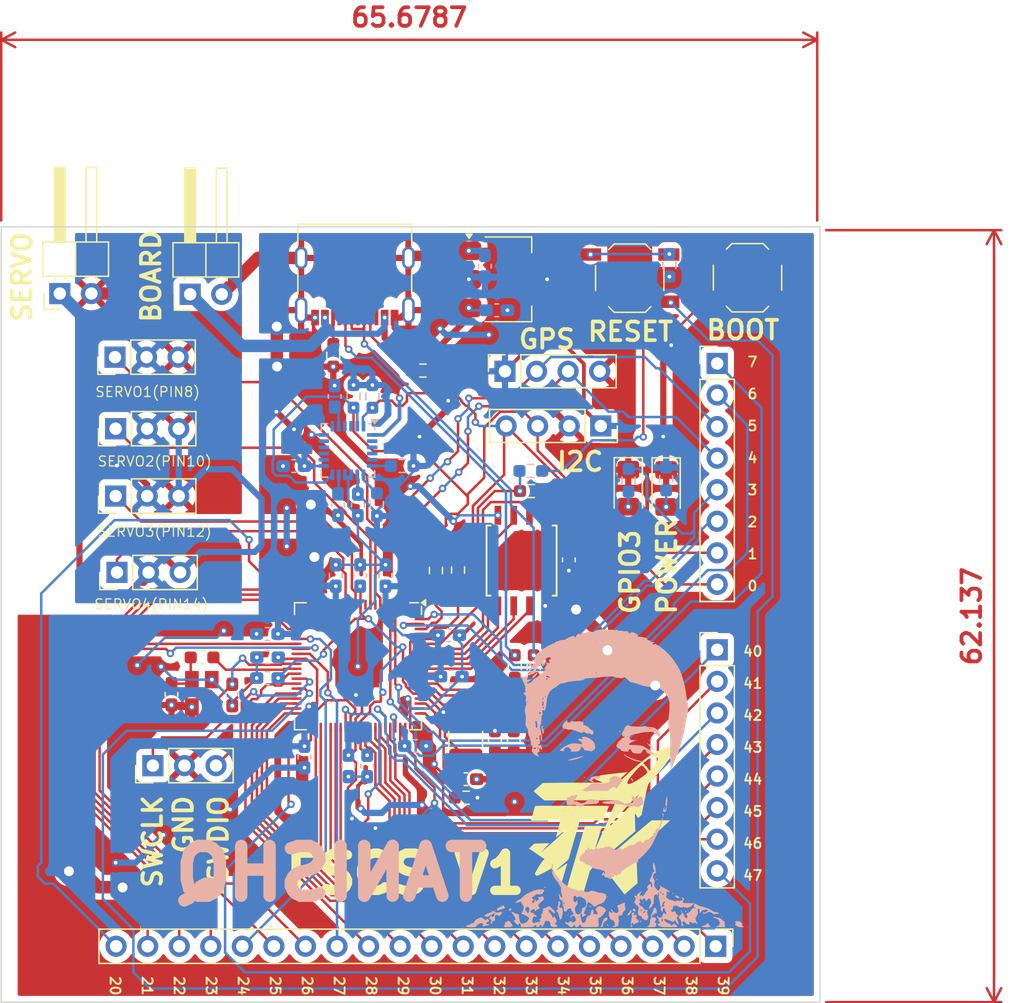
<source format=kicad_pcb>
(kicad_pcb (version 20241229) (generator "pcbnew") (generator_version "9.0")
  (layers (0 "F.Cu" signal) (2 "B.Cu" signal) (13 "F.Paste" user) (15 "B.Paste" user) (5 "F.SilkS" user "F.Silkscreen") (7 "B.SilkS" user "B.Silkscreen") (1 "F.Mask" user) (3 "B.Mask" user) (25 "Edge.Cuts" user))
  (net 0 "")
  (net 1 "Net-(U4-FSYNC)")
  (net 2 "GND")
  (net 3 "+3.3V")
  (net 4 "Net-(U4-CPOUT)")
  (net 5 "/MPU6050/AUX_CL")
  (net 6 "+5V")
  (net 7 "+1V1")
  (net 8 "/rp2350/VREG_AVDD")
  (net 9 "Net-(C24-Pad2)")
  (net 10 "/rp2350/RP_XIN")
  (net 11 "/MPU6050/AUX_DA")
  (net 13 "RP_USB_D-")
  (net 16 "RP_USB_D+")
  (net 18 "Net-(J4-Pin_5)")
  (net 19 "Net-(J4-Pin_2)")
  (net 20 "Net-(J4-Pin_1)")
  (net 22 "Net-(J5-Pin_6)")
  (net 23 "Net-(J5-Pin_3)")
  (net 24 "Net-(J5-Pin_8)")
  (net 25 "Net-(J5-Pin_4)")
  (net 26 "Net-(J5-Pin_16)")
  (net 27 "Net-(J5-Pin_14)")
  (net 28 "Net-(J5-Pin_18)")
  (net 29 "Net-(J5-Pin_12)")
  (net 30 "Net-(J5-Pin_10)")
  (net 31 "Net-(J5-Pin_15)")
  (net 32 "Net-(J5-Pin_5)")
  (net 33 "Net-(J5-Pin_19)")
  (net 34 "Net-(J5-Pin_20)")
  (net 35 "Net-(J5-Pin_2)")
  (net 36 "Net-(J5-Pin_1)")
  (net 37 "Net-(J5-Pin_13)")
  (net 38 "Net-(J5-Pin_9)")
  (net 39 "Net-(J5-Pin_7)")
  (net 40 "Net-(J5-Pin_17)")
  (net 41 "Net-(J5-Pin_11)")
  (net 42 "Net-(J6-Pin_5)")
  (net 43 "Net-(J6-Pin_6)")
  (net 44 "Net-(J6-Pin_8)")
  (net 45 "Net-(J6-Pin_7)")
  (net 46 "Net-(J6-Pin_4)")
  (net 47 "Net-(J6-Pin_3)")
  (net 48 "Net-(J6-Pin_2)")
  (net 49 "Net-(J6-Pin_1)")
  (net 50 "Net-(J7-CC2)")
  (net 51 "Net-(J7-CC1)")
  (net 54 "/rp2350/SWCLK")
  (net 55 "/rp2350/SWDI0")
  (net 58 "/rp2350/VREG_LX")
  (net 60 "RESET")
  (net 61 "BOOT")
  (net 63 "Net-(U2-USB_DP)")
  (net 64 "Net-(U2-USB_DM)")
  (net 67 "/rp2350/RP_XOUT")
  (net 68 "/rp2350/FLASH_CS")
  (net 69 "/rp2350/QSPI_SD3")
  (net 70 "/rp2350/QSPI_SCLK")
  (net 71 "/rp2350/QSPI_SD2")
  (net 72 "/rp2350/QSPI_SD0")
  (net 73 "/rp2350/QSPI_SD1")
  (net 74 "/SERVO/Gnd")
  (net 75 "/SERVO/VCC")
  (net 76 "GPIO1")
  (net 77 "GPIO0")
  (net 78 "GPIO12")
  (net 79 "GPIO14")
  (net 80 "GPIO10")
  (net 81 "GPIO8")
  (net 82 "GPIO5")
  (net 83 "GPIO4")
  (net 84 "Net-(J4-Pin_6)")
  (net 87 "Net-(D1-A)")
  (net 93 "Net-(R1-Pad1)")
  (net 94 "Net-(U2-GPIO1)")
  (net 95 "Net-(U2-GPIO0)")
  (net 96 "Net-(D2-A)")
  (net 98 "Net-(R9-Pad2)")
  (footprint "Connector_PinSocket_2.54mm:PinSocket_1x04_P2.54mm_Vertical" (layer "F.Cu") (at 146.147 78.403 90)
    (property "Reference" "J10" (hide yes))
    (property "Value" "GPS" (hide yes))
  )
  (footprint "Inductor_SMD:L_1210_3225Metric_Pad1.42x2.65mm_HandSolder" (layer "F.Cu") (at 142.987 108.0005 -90)
    (property "Reference" "L1" (hide yes))
    (property "Value" "3.3u" (hide yes))
  )
  (footprint "Connector_PinHeader_2.54mm:PinHeader_1x02_P2.54mm_Horizontal" (layer "F.Cu") (at 120.805 72.205 90)
    (property "Reference" "J13" (hide yes))
    (property "Value" "Conn_01x02_Pin" (hide yes))
  )
  (footprint "Resistor_SMD:R_0603_1608Metric_Pad0.98x0.95mm_HandSolder" (layer "F.Cu") (at 148.2645 88.043)
    (property "Reference" "R19" (hide yes))
    (property "Value" "0" (hide yes))
  )
  (footprint "Resistor_SMD:R_0603_1608Metric_Pad0.98x0.95mm_HandSolder" (layer "F.Cu") (at 121.762002 101.4305)
    (property "Reference" "R18" (hide yes))
    (property "Value" "1k" (hide yes))
  )
  (footprint "Package_TO_SOT_SMD:SOT-223-3_TabPin2" (layer "F.Cu") (at 146.39 71)
    (property "Reference" "U1" (hide yes))
    (property "Value" "NCP1117-3.3_SOT223" (hide yes))
  )
  (footprint "Connector_USB:USB_C_Receptacle_G-Switch_GT-USB-7010ASV" (layer "F.Cu") (at 134.057 70.353 180)
    (property "Reference" "J7" (hide yes))
    (property "Value" "USB_C_Receptacle_USB2.0_16P" (hide yes))
  )
  (footprint "Capacitor_SMD:C_0603_1608Metric_Pad1.08x0.95mm_HandSolder" (layer "F.Cu") (at 119.304502 104.403 90)
    (property "Reference" "C24" (hide yes))
    (property "Value" "15pF" (hide yes))
  )
  (footprint "Connector_PinHeader_2.54mm:PinHeader_1x08_P2.54mm_Vertical" (layer "F.Cu") (at 163.227 77.773)
    (property "Reference" "J4" (hide yes))
    (property "Value" "Conn_01x08_Pin" (hide yes))
  )
  (footprint "LED_SMD:LED_1206_3216Metric_Pad1.42x1.75mm_HandSolder" (layer "F.Cu") (at 156.07 87.8125 -90)
    (property "Reference" "D2" (hide yes))
    (property "Value" "LED" (hide yes))
  )
  (footprint "Resistor_SMD:R_0603_1608Metric_Pad0.98x0.95mm_HandSolder" (layer "F.Cu") (at 146.937 102.1655 90)
    (property "Reference" "R7" (hide yes))
    (property "Value" "27" (hide yes))
  )
  (footprint "Package_DFN_QFN:QFN-80-1EP_10x10mm_P0.4mm_EP3.4x3.4mm" (layer "F.Cu") (at 134.317 102.143 -90)
    (property "Reference" "U2" (hide yes))
    (property "Value" "RP2350B-QFN80" (hide yes))
  )
  (footprint "W25Q128JVSIQ-TR:SOIC_208MIL_WIN" (layer "F.Cu") (at 147.482 93.6379 -90)
    (property "Reference" "U3" (hide yes))
    (property "Value" "W25Q128JVSIQ TR" (hide yes))
  )
  (footprint "Resistor_SMD:R_0603_1608Metric_Pad0.98x0.95mm_HandSolder" (layer "F.Cu") (at 143.0195 112.723 180)
    (property "Reference" "R17" (hide yes))
    (property "Value" "33" (hide yes))
  )
  (footprint "Resistor_SMD:R_0603_1608Metric_Pad0.98x0.95mm_HandSolder" (layer "F.Cu") (at 140.5887 94.4355 90)
    (property "Reference" "R2" (hide yes))
    (property "Value" "4.7k" (hide yes))
  )
  (footprint "Connector_PinHeader_2.54mm:PinHeader_1x02_P2.54mm_Horizontal" (layer "F.Cu") (at 110.315 72.145 90)
    (property "Reference" "J12" (hide yes))
    (property "Value" "Conn_01x02_Pin" (hide yes))
  )
  (footprint "Connector_PinHeader_2.54mm:PinHeader_1x03_P2.54mm_Vertical" (layer "F.Cu") (at 114.807 83.023 90)
    (property "Reference" "J9" (hide yes))
    (property "Value" "Conn_01x03_Pin" (hide yes))
  )
  (footprint "Button_Switch_SMD:SW_SPST_TL3342" (layer "F.Cu") (at 156.1887 70.903)
    (property "Reference" "SWboot1" (hide yes))
    (property "Value" "boot" (hide yes))
  )
  (footprint "Connector_PinHeader_2.54mm:PinHeader_1x08_P2.54mm_Vertical" (layer "F.Cu") (at 163.227 100.823)
    (property "Reference" "J6" (hide yes))
    (property "Value" "Conn_01x08_Pin" (hide yes))
  )
  (footprint "Capacitor_SMD:C_0603_1608Metric_Pad1.08x0.95mm_HandSolder" (layer "F.Cu") (at 151.287 93.5805 90)
    (property "Reference" "C26" (hide yes))
    (property "Value" "100nF" (hide yes))
  )
  (footprint "Connector_PinSocket_2.54mm:PinSocket_1x04_P2.54mm_Vertical" (layer "F.Cu") (at 153.857 82.803 -90)
    (property "Reference" "J1" (hide yes))
    (property "Value" "BMP280" (hide yes))
  )
  (footprint "LED_SMD:LED_1206_3216Metric_Pad1.42x1.75mm_HandSolder" (layer "F.Cu") (at 159.12 87.8325 -90)
    (property "Reference" "D1" (hide yes))
    (property "Value" "LED" (hide yes))
  )
  (footprint "logo.preety:logo3" (layer "F.Cu") (at 153.810914 115.14691)
    (property "Reference" "G***" (hide yes))
    (property "Value" "LOGO" (hide yes))
  )
  (footprint "Resistor_SMD:R_0603_1608Metric_Pad0.98x0.95mm_HandSolder" (layer "F.Cu") (at 142.3687 94.3955 90)
    (property "Reference" "R4" (hide yes))
    (property "Value" "4.7k" (hide yes))
  )
  (footprint "Capacitor_SMD:C_0603_1608Metric_Pad1.08x0.95mm_HandSolder" (layer "F.Cu") (at 124.194502 104.458 90)
    (property "Reference" "C25" (hide yes))
    (property "Value" "15pF" (hide yes))
  )
  (footprint "Connector_PinHeader_2.54mm:PinHeader_1x03_P2.54mm_Vertical" (layer "F.Cu") (at 114.807 88.443 90)
    (property "Reference" "J3" (hide yes))
    (property "Value" "Conn_01x03_Pin" (hide yes))
  )
  (footprint "Resistor_SMD:R_0603_1608Metric_Pad0.98x0.95mm_HandSolder" (layer "F.Cu") (at 139.5462 78.343)
    (property "Reference" "R22" (hide yes))
    (property "Value" "5.1k" (hide yes))
  )
  (footprint "Connector_PinHeader_2.54mm:PinHeader_1x03_P2.54mm_Vertical" (layer "F.Cu") (at 114.917 94.593 90)
    (property "Reference" "J11" (hide yes))
    (property "Value" "Conn_01x03_Pin" (hide yes))
  )
  (footprint "Connector_PinHeader_2.54mm:PinHeader_1x03_P2.54mm_Vertical" (layer "F.Cu") (at 117.807 110.143 90)
    (property "Reference" "J8" (hide yes))
    (property "Value" "Conn_01x03_Pin" (hide yes))
  )
  (footprint "Resistor_SMD:R_0603_1608Metric_Pad0.98x0.95mm_HandSolder" (layer "F.Cu") (at 132.327 77.1155 -90)
    (property "Reference" "R23" (hide yes))
    (property "Value" "5.1k" (hide yes))
  )
  (footprint "Resistor_SMD:R_0603_1608Metric_Pad0.98x0.95mm_HandSolder" (layer "F.Cu") (at 148.457 102.1705 90)
    (property "Reference" "R8" (hide yes))
    (property "Value" "27" (hide yes))
  )
  (footprint "ABM8-272-T3:ABM8-272-T3_ABR" (layer "F.Cu") (at 121.747001 104.323 180)
    (property "Reference" "X1" (hide yes))
    (property "Value" "ABM8-272-T3" (hide yes))
  )
  (footprint "Capacitor_SMD:C_0603_1608Metric_Pad1.08x0.95mm_HandSolder" (layer "F.Cu") (at 145.337 108.1905 -90)
    (property "Reference" "C22" (hide yes))
    (property "Value" "4.7u" (hide yes))
  )
  (footprint "Button_Switch_SMD:SW_SPST_TL3342" (layer "F.Cu") (at 165.6687 70.873)
    (property "Reference" "SWboot2" (hide yes))
    (property "Value" "boot" (hide yes))
  )
  (footprint "Connector_PinHeader_2.54mm:PinHeader_1x20_P2.54mm_Vertical" (layer "F.Cu") (at 163.107 124.683 -90)
    (property "Reference" "J5" (hide yes))
    (property "Value" "Conn_01x20_Pin" (hide yes))
  )
  (footprint "Capacitor_SMD:C_0603_1608Metric_Pad1.08x0.95mm_HandSolder" (layer "F.Cu") (at 143.007 111.233)
    (property "Reference" "C21" (hide yes))
    (property "Value" "4.7u" (hide yes))
  )
  (footprint "Capacitor_SMD:C_0603_1608Metric_Pad1.08x0.95mm_HandSolder" (layer "F.Cu") (at 146.857 108.1905 -90)
    (property "Reference" "C23" (hide yes))
    (property "Value" "4.7u" (hide yes))
  )
  (footprint "Connector_PinHeader_2.54mm:PinHeader_1x03_P2.54mm_Vertical" (layer "F.Cu") (at 114.757 77.263 90)
    (property "Reference" "J2" (hide yes))
    (property "Value" "Conn_01x03_Pin" (hide yes))
  )
  (footprint "Resistor_SMD:R_0603_1608Metric_Pad0.98x0.95mm_HandSolder" (layer "B.Cu") (at 135.477 80.4255 -90)
    (property "Reference" "R24" (hide yes))
    (property "Value" "4.7k" (hide yes))
  )
  (footprint "Capacitor_SMD:C_0603_1608Metric_Pad1.08x0.95mm_HandSolder" (layer "B.Cu") (at 127.0345 101.423 180)
    (property "Reference" "C7" (hide yes))
    (property "Value" "100nF" (hide yes))
  )
  (footprint "logo.preety:me" (layer "B.Cu") (at 153.99 110.28 180)
    (property "Reference" "G***" (hide yes))
    (property "Value" "LOGO" (hide yes))
  )
  (footprint "Capacitor_SMD:C_0603_1608Metric_Pad1.08x0.95mm_HandSolder" (layer "B.Cu") (at 141.6195 99.643)
    (property "Reference" "C17" (hide yes))
    (property "Value" "100nF" (hide yes))
  )
  (footprint "Resistor_SMD:R_0603_1608Metric_Pad0.98x0.95mm_HandSolder" (layer "B.Cu") (at 148.2262 86.423 180)
    (property "Reference" "R1" (hide yes))
    (property "Value" "1k" (hide yes))
  )
  (footprint "Capacitor_SMD:C_0603_1608Metric_Pad1.08x0.95mm_HandSolder" (layer "B.Cu") (at 132.437 80.4205 90)
    (property "Reference" "C29" (hide yes))
    (property "Value" "220pF" (hide yes))
  )
  (footprint "Capacitor_SMD:C_0603_1608Metric_Pad1.08x0.95mm_HandSolder" (layer "B.Cu") (at 127.0145 99.543 180)
    (property "Reference" "C5" (hide yes))
    (property "Value" "100nF" (hide yes))
  )
  (footprint "Capacitor_SMD:C_0603_1608Metric_Pad1.08x0.95mm_HandSolder" (layer "B.Cu") (at 141.8295 102.973)
    (property "Reference" "C1" (hide yes))
    (property "Value" "100nF" (hide yes))
  )
  (footprint "Resistor_SMD:R_0603_1608Metric_Pad0.98x0.95mm_HandSolder" (layer "B.Cu") (at 133.957 80.4205 -90)
    (property "Reference" "R20" (hide yes))
    (property "Value" "4.7k" (hide yes))
  )
  (footprint "Resistor_SMD:R_0603_1608Metric_Pad0.98x0.95mm_HandSolder" (layer "B.Cu") (at 159.12 87.0625 -90)
    (property "Reference" "R5" (hide yes))
    (property "Value" "150" (hide yes))
  )
  (footprint "Capacitor_SMD:C_0603_1608Metric_Pad1.08x0.95mm_HandSolder" (layer "B.Cu") (at 133.547 110.1655 -90)
    (property "Reference" "C3" (hide yes))
    (property "Value" "100nF" (hide yes))
  )
  (footprint "Capacitor_SMD:C_0603_1608Metric_Pad1.08x0.95mm_HandSolder" (layer "B.Cu") (at 135.057 110.1705 -90)
    (property "Reference" "C20" (hide yes))
    (property "Value" "100nF" (hide yes))
  )
  (footprint "Capacitor_SMD:C_0603_1608Metric_Pad1.08x0.95mm_HandSolder" (layer "B.Cu") (at 127.0245 103.093 180)
    (property "Reference" "C18" (hide yes))
    (property "Value" "100nF" (hide yes))
  )
  (footprint "Resistor_SMD:R_0603_1608Metric_Pad0.98x0.95mm_HandSolder" (layer "B.Cu") (at 156.09 87.1675 -90)
    (property "Reference" "R6" (hide yes))
    (property "Value" "4.7k" (hide yes))
  )
  (footprint "Capacitor_SMD:C_0603_1608Metric_Pad1.08x0.95mm_HandSolder" (layer "B.Cu") (at 129.1445 86.033)
    (property "Reference" "C30" (hide yes))
    (property "Value" "0.1uF" (hide yes))
  )
  (footprint "Capacitor_SMD:C_0603_1608Metric_Pad1.08x0.95mm_HandSolder" (layer "B.Cu") (at 130.007 109.4455 -90)
    (property "Reference" "C8" (hide yes))
    (property "Value" "100nF" (hide yes))
  )
  (footprint "Capacitor_SMD:C_0603_1608Metric_Pad1.08x0.95mm_HandSolder" (layer "B.Cu") (at 138.9345 108.563)
    (property "Reference" "C2" (hide yes))
    (property "Value" "100nF" (hide yes))
  )
  (footprint "Resistor_SMD:R_0603_1608Metric_Pad0.98x0.95mm_HandSolder" (layer "B.Cu") (at 135.837 89.1355 90)
    (property "Reference" "R3" (hide yes))
    (property "Value" "4.7k")
  )
  (footprint "Capacitor_SMD:C_0603_1608Metric_Pad1.08x0.95mm_HandSolder" (layer "B.Cu") (at 132.527 94.8405 90)
    (property "Reference" "C4" (hide yes))
    (property "Value" "100nF" (hide yes))
  )
  (footprint "Sensor_Motion:InvenSense_QFN-24_4x4mm_P0.5mm" (layer "B.Cu") (at 133.507 84.773 180)
    (property "Reference" "U4" (hide yes))
    (property "Value" "MPU-6050" (hide yes))
  )
  (footprint "Resistor_SMD:R_0603_1608Metric_Pad0.98x0.95mm_HandSolder" (layer "B.Cu") (at 159.38 69.8725 90)
    (property "Reference" "R9" (hide yes))
    (property "Value" "1k" (hide yes))
  )
  (footprint "Capacitor_SMD:C_0603_1608Metric_Pad1.08x0.95mm_HandSolder" (layer "B.Cu") (at 134.487 94.8405 90)
    (property "Reference" "C19" (hide yes))
    (property "Value" "4.7uF" (hide yes))
  )
  (footprint "Resistor_SMD:R_0603_1608Metric_Pad0.98x0.95mm_HandSolder" (layer "B.Cu") (at 137.8695 86.023 180)
    (property "Reference" "R21" (hide yes))
    (property "Value" "4.7k" (hide yes))
  )
  (footprint "Capacitor_SMD:C_0603_1608Metric_Pad1.08x0.95mm_HandSolder" (layer "B.Cu") (at 144.53 69.94 -90)
    (property "Reference" "C11" (hide yes))
    (property "Value" "10uF" (hide yes))
  )
  (footprint "Capacitor_SMD:C_0603_1608Metric_Pad1.08x0.95mm_HandSolder" (layer "B.Cu") (at 132.707 89.1355 -90)
    (property "Reference" "C27" (hide yes))
    (property "Value" "0.1uF" (hide yes))
  )
  (footprint "Capacitor_SMD:C_0603_1608Metric_Pad1.08x0.95mm_HandSolder" (layer "B.Cu") (at 134.307 89.1555 -90)
    (property "Reference" "C28" (hide yes))
    (property "Value" "0.1uF" (hide yes))
  )
  (footprint "Capacitor_SMD:C_0603_1608Metric_Pad1.08x0.95mm_HandSolder" (layer "B.Cu") (at 136.527 94.8405 90)
    (property "Reference" "C6" (hide yes))
    (property "Value" "100nF" (hide yes))
  )
  (footprint "Capacitor_SMD:C_0603_1608Metric_Pad1.08x0.95mm_HandSolder" (layer "B.Cu") (at 145.4825 73.49 180)
    (property "Reference" "C9" (hide yes))
    (property "Value" "10uF" (hide yes))
  )
  (gr_rect (start 105.6 66.77) (end 171.5 129.18) (stroke (width 0.1)) (fill no) (layer "Edge.Cuts"))
  (gr_text "7  \n\n6  \n\n5\n\n4\n\n3\n\n2\n\n1\n\n0" (at 165.59 96.15 0) (layer "F.SilkS") (effects (font (size 0.8 0.8) (thickness 0.15) (bold yes)) (justify left bottom)))
  (gr_text "POWER" (at 160.06 98.12 90) (layer "F.SilkS") (effects (font (size 1.5 1.5) (thickness 0.3) (bold yes)) (justify left bottom)))
  (gr_text "39\n\n38\n\n37\n\n36\n\n35\n\n34\n\n33\n\n32\n\n31\n\n30\n\n29\n\n28\n\n27\n\n26\n\n25\n\n24\n\n23\n\n22\n\n21\n\n20\n" (at 114.3 127 270) (layer "F.SilkS") (effects (font (size 0.8 0.8) (thickness 0.15) (bold yes)) (justify left bottom)))
  (gr_text "40\n\n41\n\n42\n\n43\n\n44\n\n45\n\n46\n\n47" (at 165.23 119.45 0) (layer "F.SilkS") (effects (font (size 0.8 0.8) (thickness 0.15) (bold yes)) (justify left bottom)))
  (gr_text "GPS" (at 147.0987 76.703 0) (layer "F.SilkS") (effects (font (size 1.5 1.5) (thickness 0.3) (bold yes)) (justify left bottom)))
  (gr_text "SWCLK\n" (at 118.66 120.12 90) (layer "F.SilkS") (effects (font (size 1.5 1.5) (thickness 0.3) (bold yes)) (justify left bottom)))
  (gr_text "GPIO3\n" (at 157.09 98.11 90) (layer "F.SilkS") (effects (font (size 1.5 1.5) (thickness 0.3) (bold yes)) (justify left bottom)))
  (gr_text "SERVO4(PIN14)" (at 113.0187 97.623 0) (layer "F.SilkS") (effects (font (size 0.8 0.8) (thickness 0.1)) (justify left bottom)))
  (gr_text "SERVO3(PIN12)" (at 113.2987 91.783 0) (layer "F.SilkS") (effects (font (size 0.8 0.8) (thickness 0.1)) (justify left bottom)))
  (gr_text "BOOT\n" (at 162.21 75.96 0) (layer "F.SilkS") (effects (font (size 1.5 1.5) (thickness 0.3) (bold yes)) (justify left bottom)))
  (gr_text "SERVO2(PIN10)" (at 113.2987 86.123 0) (layer "F.SilkS") (effects (font (size 0.8 0.8) (thickness 0.1)) (justify left bottom)))
  (gr_text "SERVO\n" (at 108.15 74.58 90) (layer "F.SilkS") (effects (font (size 1.5 1.5) (thickness 0.3) (bold yes)) (justify left bottom)))
  (gr_text "RESET\n" (at 152.66 76.09 0) (layer "F.SilkS") (effects (font (size 1.5 1.5) (thickness 0.3) (bold yes)) (justify left bottom)))
  (gr_text "GND\n" (at 121.14 117.37 90) (layer "F.SilkS") (effects (font (size 1.5 1.5) (thickness 0.3) (bold yes)) (justify left bottom)))
  (gr_text "I2C\n" (at 150.1787 86.563 0) (layer "F.SilkS") (effects (font (size 1.5 1.5) (thickness 0.3) (bold yes)) (justify left bottom)))
  (gr_text "SERVO1(PIN8)" (at 113.1087 80.533 0) (layer "F.SilkS") (effects (font (size 0.8 0.8) (thickness 0.1)) (justify left bottom)))
  (gr_text "FSCS V1" (at 128.12 120.59 0) (layer "F.SilkS") (effects (font (size 3 3) (thickness 0.75) (bold yes)) (justify left bottom)))
  (gr_text "SWDIO\n" (at 123.96 119.73 90) (layer "F.SilkS") (effects (font (size 1.5 1.5) (thickness 0.3) (bold yes)) (justify left bottom)))
  (gr_text "BOARD\n" (at 118.54 74.63 90) (layer "F.SilkS") (effects (font (size 1.5 1.5) (thickness 0.3) (bold yes)) (justify left bottom)))
  (gr_text "TANISHQ" (at 145.19 121.15 0) (layer "B.SilkS") (effects (font (size 4 4) (thickness 1) (bold yes)) (justify left bottom mirror)))
  (dimension (type orthogonal) (layer "F.Cu") (pts (xy 105.6 66.77) (xy 171.2787 66.77)) (height -15.05) (orientation 0) (format (prefix "") (suffix "") (units 3) (units_format 0) (precision 4) (suppress_zeroes yes)) (style (thickness 0.2) (arrow_length 1.27) (text_position_mode 0) (arrow_direction outward) (extension_height 0.58642) (extension_offset 0.5) (keep_text_aligned yes)) (gr_text "65.6787" (at 138.43935 49.92 0) (layer "F.Cu") (effects (font (size 1.5 1.5) (thickness 0.3)))))
  (dimension (type orthogonal) (layer "F.Cu") (pts (xy 171.5 129.18) (xy 171.5 67.043)) (height 14.01) (orientation 1) (format (prefix "") (suffix "") (units 3) (units_format 0) (precision 4) (suppress_zeroes yes)) (style (thickness 0.2) (arrow_length 1.27) (text_position_mode 0) (arrow_direction outward) (extension_height 0.58642) (extension_offset 0.5) (keep_text_aligned yes)) (gr_text "62.137" (at 183.71 98.1115 90) (layer "F.Cu") (effects (font (size 1.5 1.5) (thickness 0.3)))))
  (segment (start 132.757 88.223) (end 132.707 88.273) (width 0.2) (layer "B.Cu") (net 1))
  (segment (start 132.757 86.723) (end 132.757 88.223) (width 0.2) (layer "B.Cu") (net 1))
  (segment (start 141.1687 110.8243) (end 141.1687 113.963) (width 0.2) (layer "F.Cu") (net 2))
  (segment (start 138.327 104.763) (end 138.327 105.203) (width 0.2) (layer "F.Cu") (net 2))
  (segment (start 124.194502 105.3205) (end 124.194502 105.060498) (width 0.2) (layer "F.Cu") (net 2))
  (segment (start 138.518 107.284) (end 139.797 108.563) (width 0.2) (layer "F.Cu") (net 2))
  (segment (start 138.667 105.543) (end 139.267 105.543) (width 0.2) (layer "F.Cu") (net 2))
  (segment (start 146.127 113.963) (end 141.1687 113.963) (width 0.5) (layer "F.Cu") (net 2))
  (segment (start 138.712 68.943) (end 138.377 69.278) (width 0.2) (layer "F.Cu") (net 2))
  (segment (start 144.7887 111.233) (end 145.337 110.6847) (width 0.5) (layer "F.Cu") (net 2))
  (segment (start 140.9187 74.973) (end 137.347 74.973) (width 0.5) (layer "F.Cu") (net 2))
  (segment (start 137.777 74.078) (end 138.377 73.478) (width 0.5) (layer "F.Cu") (net 2))
  (segment (start 137.257 74.078) (end 137.777 74.078) (width 0.5) (layer "F.Cu") (net 2))
  (segment (start 142.997 68.943) (end 138.712 68.943) (width 0.5) (layer "F.Cu") (net 2))
  (segment (start 141.1687 113.963) (end 140.127 113.963) (width 0.5) (layer "F.Cu") (net 2))
  (segment (start 134.537 113.603735) (end 134.3187 113.385435) (width 0.3) (layer "F.Cu") (net 2))
  (segment (start 124.194502 105.060498) (end 126.162 103.093) (width 0.2) (layer "F.Cu") (net 2))
  (segment (start 137.257 74.883) (end 137.257 74.078) (width 0.5) (layer "F.Cu") (net 2))
  (segment (start 140.4487 110.1043) (end 141.1687 110.8243) (width 0.2) (layer "F.Cu") (net 2))
  (segment (start 123.345 72.205) (end 126.272 69.278) (width 1) (layer "F.Cu") (net 2))
  (segment (start 145.337 110.6847) (end 145.337 109.053) (width 0.5) (layer "F.Cu") (net 2))
  (segment (start 143.24 68.7) (end 142.997 68.943) (width 0.5) (layer "F.Cu") (net 2))
  (segment (start 134.3187 113.385435) (end 134.3187 111.7713) (width 0.3) (layer "F.Cu") (net 2))
  (segment (start 143.8695 111.233) (end 144.7887 111.233) (width 0.5) (layer "F.Cu") (net 2))
  (segment (start 126.272 69.278) (end 129.737 69.278) (width 1) (layer "F.Cu") (net 2))
  (segment (start 138.327 104.763) (end 138.518 104.954) (width 0.2) (layer "F.Cu") (net 2))
  (segment (start 139.797 109.3613) (end 140.4487 110.013) (width 0.2) (layer "F.Cu") (net 2))
  (segment (start 139.797 108.563) (end 139.797 109.3613) (width 0.2) (layer "F.Cu") (net 2))
  (segment (start 134.3187 111.7713) (end 135.057 111.033) (width 0.3) (layer "F.Cu") (net 2))
  (segment (start 140.4487 110.013) (end 140.4487 110.1043) (width 0.2) (layer "F.Cu") (net 2))
  (segment (start 146.9187 113.053) (end 146.127 113.8447) (width 0.5) (layer "F.Cu") (net 2))
  (segment (start 138.327 105.203) (end 138.667 105.543) (width 0.2) (layer "F.Cu") (net 2))
  (segment (start 140.127 113.963) (end 139.472735 113.308735) (width 0.5) (layer "F.Cu") (net 2))
  (segment (start 137.347 74.973) (end 137.257 74.883) (width 0.2) (layer "F.Cu") (net 2))
  (segment (start 138.518 104.954) (end 138.518 107.284) (width 0.2) (layer "F.Cu") (net 2))
  (segment (start 146.127 113.8447) (end 146.127 113.963) (width 0.5) (layer "F.Cu") (net 2))
  (via (at 123.5087 99.293) (size 0.6) (drill 0.3) (layers "F.Cu" "B.Cu") (net 2))
  (via (at 122.547002 103.223) (size 0.6) (drill 0.3) (layers "F.Cu" "B.Cu") (net 2))
  (via (at 126.172 101.423) (size 0.6) (drill 0.3) (layers "F.Cu" "B.Cu") (net 2))
  (via (at 138.527 87.653) (size 0.6) (drill 0.3) (layers "F.Cu" "B.Cu") (net 2))
  (via (at 146.9187 113.053) (size 0.6) (drill 0.3) (layers "F.Cu" "B.Cu") (net 2))
  (via (at 124.194502 105.3205) (size 0.6) (drill 0.3) (layers "F.Cu" "B.Cu") (net 2))
  (via (at 146.345 73.49) (size 0.6) (drill 0.3) (layers "F.Cu" "B.Cu") (net 2))
  (via (at 130.577 83.503) (size 0.6) (drill 0.3) (layers "F.Cu" "B.Cu") (net 2))
  (via (at 120.947 105.423) (size 0.6) (drill 0.3) (layers "F.Cu" "B.Cu") (net 2))
  (via (at 132.437 79.558) (size 0.6) (drill 0.3) (layers "F.Cu" "B.Cu") (net 2))
  (via (at 130.007 110.308) (size 0.6) (drill 0.3) (layers "F.Cu" "B.Cu") (net 2))
  (via (at 139.797 108.563) (size 0.6) (drill 0.3) (layers "F.Cu" "B.Cu") (net 2))
  (via (at 133.547 111.028) (size 0.6) (drill 0.3) (layers "F.Cu" "B.Cu") (net 2))
  (via (at 134.307 90.018) (size 0.6) (drill 0.3) (layers "F.Cu" "B.Cu") (net 2))
  (via (at 141.992 90.478) (size 0.6) (drill 0.3) (layers "F.Cu" "B.Cu") (net 2))
  (via (at 118.647 115.723) (size 0.6) (drill 0.3) (layers "F.Cu" "B.Cu") (net 2))
  (via (at 126.152 99.543) (size 0.6) (drill 0.3) (layers "F.Cu" "B.Cu") (net 2))
  (via (at 140.4487 110.013) (size 0.6) (drill 0.3) (layers "F.Cu" "B.Cu") (net 2))
  (via (at 135.057 111.033) (size 0.6) (drill 0.3) (layers "F.Cu" "B.Cu") (net 2))
  (via (at 132.707 89.998) (size 0.6) (drill 0.3) (layers "F.Cu" "B.Cu") (net 2))
  (via (at 137.657 80.563) (size 0.6) (drill 0.3) (layers "F.Cu" "B.Cu") (net 2))
  (via (at 134.487 93.978) (size 0.6) (drill 0.3) (layers "F.Cu" "B.Cu") (net 2))
  (via (at 145.577 89.993) (size 0.6) (drill 0.3) (layers "F.Cu" "B.Cu") (net 2))
  (via (at 128.58 89.41) (size 0.6) (drill 0.3) (layers "F.Cu" "B.Cu") (net 2))
  (via (at 143.24 68.7) (size 0.6) (drill 0.3) (layers "F.Cu" "B.Cu") (net 2))
  (via (at 114.807 117.953) (size 0.6) (drill 0.3) (layers "F.Cu" "B.Cu") (net 2))
  (via (at 116.547 102.063) (size 0.6) (drill 0.3) (layers "F.Cu" "B.Cu") (net 2))
  (via (at 132.327 78.028) (size 0.6) (drill 0.3) (layers "F.Cu" "B.Cu") (net 2))
  (via (at 126.162 103.093) (size 0.6) (drill 0.3) (layers "F.Cu" "B.Cu") (net 2))
  (via (at 142.482 99.643) (size 0.6) (drill 0.3) (layers "F.Cu" "B.Cu") (net 2))
  (via (at 124.0087 113.673) (size 0.6) (drill 0.3) (layers "F.Cu" "B.Cu") (net 2))
  (via (at 128.58 92.49) (size 0.6) (drill 0.3) (layers "F.Cu" "B.Cu") (net 2))
  (via (at 136.527 93.978) (size 0.6) (drill 0.3) (layers "F.Cu" "B.Cu") (net 2))
  (via (at 143.8695 111.233) (size 0.6) (drill 0.3) (layers "F.Cu" "B.Cu") (net 2))
  (via (at 130.857 74.078) (size 0.6) (drill 0.3) (layers "F.Cu" "B.Cu") (net 2))
  (via (at 159.38 70.785) (size 0.6) (drill 0.3) (layers "F.Cu" "B.Cu") (net 2))
  (via (at 140.9187 74.973) (size 0.6) (drill 0.3) (layers "F.Cu" "B.Cu") (net 2))
  (via (at 138.327 104.763) (size 0.6) (drill 0.3) (layers "F.Cu" "B.Cu") (net 2))
  (via (at 144.8487 75.463) (size 0.6) (drill 0.3) (layers "F.Cu" "B.Cu") (net 2))
  (via (at 134.537 113.603735) (size 0.6) (drill 0.3) (layers "F.Cu" "B.Cu") (net 2))
  (via (at 142.692 102.973) (size 0.6) (drill 0.3) (layers "F.Cu" "B.Cu") (net 2))
  (via (at 128.282 86.033) (size 0.6) (drill 0.3) (layers "F.Cu" "B.Cu") (net 2))
  (via (at 118.467 102.173) (size 0.6) (drill 0.3) (layers "F.Cu" "B.Cu") (net 2))
  (via (at 139.472735 113.308735) (size 0.6) (drill 0.3) (layers "F.Cu" "B.Cu") (net 2))
  (via (at 132.527 93.978) (size 0.6) (drill 0.3) (layers "F.Cu" "B.Cu") (net 2))
  (via (at 119.304502 105.2655) (size 0.6) (drill 0.3) (layers "F.Cu" "B.Cu") (net 2))
  (via (at 134.307 102.153) (size 0.6) (drill 0.3) (layers "F.Cu" "B.Cu") (net 2))
  (segment (start 118.757 99.853) (end 116.547 102.063) (width 0.2) (layer "B.Cu") (net 2))
  (segment (start 133.257 86.723) (end 133.483 86.949) (width 0.2) (layer "B.Cu") (net 2))
  (segment (start 127.4437 110.308) (end 130.007 110.308) (width 0.5) (layer "B.Cu") (net 2))
  (segment (start 142.482 99.643) (end 142.482 100.188) (width 0.2) (layer "B.Cu") (net 2))
  (segment (start 144.1525 68.7) (end 144.53 69.0775) (width 0.5) (layer "B.Cu") (net 2))
  (segment (start 136.527 93.978) (end 134.487 93.978) (width 0.2) (layer "B.Cu") (net 2))
  (segment (start 122.547002 103.223) (end 119.517 103.223) (width 0.2) (layer "B.Cu") (net 2))
  (segment (start 128.58 89.41) (end 128.58 92.49) (width 0.5) (layer "B.Cu") (net 2))
  (segment (start 126.172 103.083) (end 126.162 103.093) (width 0.2) (layer "B.Cu") (net 2))
  (segment (start 136.881265 113.308735) (end 136.241265 113.948735) (width 0.5) (layer "B.Cu") (net 2))
  (segment (start 138.327 104.763) (end 138.327 105.203) (width 0.2) (layer "B.Cu") (net 2))
  (segment (start 133.531 86.949) (end 133.531 89.242) (width 0.2) (layer "B.Cu") (net 2))
  (segment (start 119.517 103.223) (end 118.467 102.173) (width 0.2) (layer "B.Cu") (net 2))
  (segment (start 143.24 68.7) (end 144.1525 68.7) (width 0.5) (layer "B.Cu") (net 2))
  (segment (start 134.307 91.758) (end 136.527 93.978) (width 0.2) (layer "B.Cu") (net 2))
  (segment (start 131.537 83.503) (end 131.557 83.523) (width 0.2) (layer "B.Cu") (net 2))
  (segment (start 142.477 89.993) (end 145.577 89.993) (width 0.2) (layer "B.Cu") (net 2))
  (segment (start 137.657 82.243) (end 136.377 83.523) (width 0.3) (layer "B.Cu") (net 2))
  (segment (start 140.112 105.553) (end 142.692 102.973) (width 0.2) (layer "B.Cu") (net 2))
  (segment (start 133.483 86.949) (end 133.531 86.949) (width 0.2) (layer "B.Cu") (net 2))
  (segment (start 139.167 87.653) (end 138.527 87.653) (width 0.5) (layer "B.Cu") (net 2))
  (segment (start 124.0087 113.673) (end 124.0787 113.673) (width 0.5) (layer "B.Cu") (net 2))
  (segment (start 136.241265 113.948735) (end 134.882 113.948735) (width 0.5) (layer "B.Cu") (net 2))
  (segment (start 133.531 89.242) (end 134.307 90.018) (width 0.2) (layer "B.Cu") (net 2))
  (segment (start 133.757 86.723) (end 133.531 86.949) (width 0.2) (layer "B.Cu") (net 2))
  (segment (start 116.417 117.953) (end 118.647 115.723) (width 0.5) (layer "B.Cu") (net 2))
  (segment (start 134.307 98.323057) (end 134.307 102.153) (width 0.2) (layer "B.Cu") (net 2))
  (segment (start 142.692 100.398) (end 142.692 102.973) (width 0.2) (layer "B.Cu") (net 2))
  (segment (start 134.307 90.018) (end 134.307 91.758) (width 0.2) (layer "B.Cu") (net 2))
  (segment (start 130.577 83.503) (end 131.537 83.503) (width 0.2) (layer "B.Cu") (net 2))
  (segment (start 114.807 117.953) (end 116.417 117.953) (width 0.5) (layer "B.Cu") (net 2))
  (segment (start 122.9487 99.853) (end 118.757 99.853) (width 0.2) (layer "B.Cu") (net 2))
  (segment (start 132.527 93.978) (end 134.487 93.978) (width 0.2) (layer "B.Cu") (net 2))
  (segment (start 123.5087 99.293) (end 122.9487 99.853) (width 0.2) (layer "B.Cu") (net 2))
  (segment (start 141.992 90.478) (end 142.477 89.993) (width 0.2) (layer "B.Cu") (net 2))
  (segment (start 136.241265 113.948735) (end 135.101265 113.948735) (width 0.5) (layer "B.Cu") (net 2))
  (segment (start 137.657 80.563) (end 137.657 82.243) (width 0.3) (layer "B.Cu") (net 2))
  (segment (start 139.472735 113.308735) (end 136.881265 113.308735) (width 0.5) (layer "B.Cu") (net 2))
  (segment (start 141.992 90.478) (end 139.167 87.653) (width 0.5) (layer "B.Cu") (net 2))
  (segment (start 135.052 111.028) (end 135.057 111.033) (width 0.2) (layer "B.Cu") (net 2))
  (segment (start 134.882 113.948735) (end 134.537 113.603735) (width 0.5) (layer "B.Cu") (net 2))
  (segment (start 136.377 83.523) (end 135.457 83.523) (width 0.3) (layer "B.Cu") (net 2))
  (segment (start 135.687 94.818) (end 135.687 96.943057) (width 0.2) (layer "B.Cu") (net 2))
  (segment (start 126.172 101.423) (end 126.172 103.083) (width 0.2) (layer "B.Cu") (net 2))
  (segment (start 124.194502 104.8705) (end 122.547002 103.223) (width 0.2) (layer "B.Cu") (net 2))
  (segment (start 138.677 105.553) (end 140.112 105.553) (width 0.2) (layer "B.Cu") (net 2))
  (segment (start 133.547 111.028) (end 135.052 111.028) (width 0.2) (layer "B.Cu") (net 2))
  (segment (start 136.527 93.978) (end 135.687 94.818) (width 0.2) (layer "B.Cu") (net 2))
  (segment (start 135.687 96.943057) (end 134.307 98.323057) (width 0.2) (layer "B.Cu") (net 2))
  (segment (start 124.194502 105.3205) (end 124.194502 104.8705) (width 0.2) (layer "B.Cu") (net 2))
  (segment (start 124.0787 113.673) (end 127.4437 110.308) (width 0.5) (layer "B.Cu") (net 2))
  (segment (start 138.327 105.203) (end 138.677 105.553) (width 0.2) (layer "B.Cu") (net 2))
  (segment (start 140.9187 74.973) (end 141.4087 75.463) (width 0.5) (layer "B.Cu") (net 2))
  (segment (start 142.482 100.188) (end 142.692 100.398) (width 0.2) (layer "B.Cu") (net 2))
  (segment (start 141.4087 75.463) (end 144.8487 75.463) (width 0.5) (layer "B.Cu") (net 2))
  (segment (start 127.78 78) (end 127.8 78.02) (width 0.2) (layer "F.Cu") (net 3))
  (segment (start 129.367 101.543) (end 130.157 101.543) (width 0.2) (layer "F.Cu") (net 3))
  (segment (start 134.637 105.843) (end 134.637 104.943) (width 0.2) (layer "F.Cu") (net 3))
  (segment (start 141.5787 80.763) (end 141.4187 80.923) (width 0.5) (layer "F.Cu") (net 3))
  (segment (start 158.8887 83.653) (end 158.8887 76.903) (width 0.5) (layer "F.Cu") (net 3))
  (segment (start 127.78 74.8) (end 127.78 78) (width 1) (layer "F.Cu") (net 3))
  (segment (start 138.7687 99.943) (end 138.518 100.1937) (width 0.2) (layer "F.Cu") (net 3))
  (segment (start 141.190019 105.837491) (end 141.091491 105.837491) (width 0.2) (layer "F.Cu") (net 3))
  (segment (start 152.4987 81.4447) (end 153.857 82.803) (width 0.3) (layer "F.Cu") (net 3))
  (segment (start 140.737 102.743) (end 139.267 102.743) (width 0.2) (layer "F.Cu") (net 3))
  (segment (start 130.27 93.35) (end 130.81 93.35) (width 0.2) (layer "F.Cu") (net 3))
  (segment (start 130.157 101.543) (end 131.023 102.409) (width 0.2) (layer "F.Cu") (net 3))
  (segment (start 134.148 111.276943) (end 133.507 111.917943) (width 0.2) (layer "F.Cu") (net 3))
  (segment (start 141.091491 105.837491) (end 139.997 104.743) (width 0.2) (layer "F.Cu") (net 3))
  (segment (start 113.4357 119.93) (end 115.47 119.93) (width 1) (layer "F.Cu") (net 3))
  (segment (start 153.4343 99.1443) (end 151.87 97.58) (width 1) (layer "F.Cu") (net 3))
  (segment (start 138.937 109.428) (end 138.072 108.563) (width 0.2) (layer "F.Cu") (net 3))
  (segment (start 111.05 118.643) (end 112.1487 118.643) (width 1) (layer "F.Cu") (net 3))
  (segment (start 137.947 108.563) (end 137.717 108.333) (width 0.2) (layer "F.Cu") (net 3))
  (segment (start 155.737 101.187) (end 158.24 103.69) (width 1) (layer "F.Cu") (net 3))
  (segment (start 136.517 97.193) (end 136.517 95.713) (width 0.2) (layer "F.Cu") (net 3))
  (segment (start 134.637 104.943) (end 134.147 104.453) (width 0.2) (layer "F.Cu") (net 3))
  (segment (start 141.423611 81.528089) (end 141.2787 81.673) (width 0.5) (layer "F.Cu") (net 3))
  (segment (start 154.39215 100.85785) (end 153.4343 99.9) (width 1) (layer "F.Cu") (net 3))
  (segment (start 138.072 108.563) (end 138.072 108.478) (width 0.2) (layer "F.Cu") (net 3))
  (segment (start 138.937 110.393) (end 138.937 109.428) (width 0.2) (layer "F.Cu") (net 3))
  (segment (start 132.517 97.193) (end 132.517 95.713) (width 0.2) (layer "F.Cu") (net 3))
  (segment (start 147.9887 76.3698) (end 147.6955 76.663) (width 0.3) (layer "F.Cu") (net 3))
  (segment (start 138.769226 102.743) (end 139.267 102.743) (width 0.2) (layer "F.Cu") (net 3))
  (segment (start 138.518 102.4437) (end 138.4987 102.463) (width 0.2) (layer "F.Cu") (net 3))
  (segment (start 134.148 109.904) (end 134.148 111.276943) (width 0.2) (layer "F.Cu") (net 3))
  (segment (start 133.507 114.083) (end 133.827 114.403) (width 0.2) (layer "F.Cu") (net 3))
  (segment (start 128.017 101.543) (end 127.897 101.423) (width 0.2) (layer "F.Cu") (net 3))
  (segment (start 133.717 109.303) (end 133.547 109.303) (width 0.2) (layer "F.Cu") (net 3))
  (segment (start 139.267 103.143) (end 140.797 103.143) (width 0.2) (layer "F.Cu") (net 3))
  (segment (start 138.117 108.433) (end 138.117 107.093) (width 0.2) (layer "F.Cu") (net 3))
  (segment (start 147.6955 76.663) (end 147.9355 76.423) (width 0.3) (layer "F.Cu") (net 3))
  (segment (start 147.6955 76.663) (end 147.6955 76.8545) (width 0.2) (layer "F.Cu") (net 3))
  (segment (start 140.797 103.143) (end 140.967 102.973) (width 0.2) (layer "F.Cu") (net 3))
  (segment (start 138.4987 102.463) (end 138.4987 102.472474) (width 0.2) (layer "F.Cu") (net 3))
  (segment (start 133.547 109.303) (end 134.148 109.904) (width 0.2) (layer "F.Cu") (net 3))
  (segment (start 141.4187 80.923) (end 141.4187 81.483178) (width 0.5) (layer "F.Cu") (net 3))
  (segment (start 138.4987 102.472474) (end 138.769226 102.743) (width 0.2) (layer "F.Cu") (net 3))
  (segment (start 138.518 100.1937) (end 138.518 102.4437) (width 0.2) (layer "F.Cu") (net 3))
  (segment (start 127.877 99.543) (end 129.367 99.543) (width 0.2) (layer "F.Cu") (net 3))
  (segment (start 130.653 105.107) (end 130.377 105.383) (width 0.2) (layer "F.Cu") (net 3))
  (segment (start 129.367 101.543) (end 128.017 101.543) (width 0.2) (layer "F.Cu") (net 3))
  (segment (start 140.477735 113.152265) (end 140.477735 111.933735) (width 0.2) (layer "F.Cu") (net 3))
  (segment (start 134.117 107.093) (end 134.117 106.363) (width 0.2) (layer "F.Cu") (net 3))
  (segment (start 140.457 99.943) (end 139.267 99.943) (width 0.2) (layer "F.Cu") (net 3))
  (segment (start 130.517 107.093) (end 130.517 108.073) (width 0.2) (layer "F.Cu") (net 3))
  (segment (start 136.517 95.713) (end 136.527 95.703) (width 0.2) (layer "F.Cu") (net 3))
  (segment (start 139.267 104.743) (end 139.997 104.743) (width 0.2) (layer "F.Cu") (net 3))
  (segment (start 134.117 108.903) (end 133.717 109.303) (width 0.2) (layer "F.Cu") (net 3))
  (segment (start 134.117 107.093) (end 134.117 108.903) (width 0.2) (layer "F.Cu") (net 3))
  (segment (start 138.072 108.478) (end 138.117 108.433) (width 0.2) (layer "F.Cu") (net 3))
  (segment (start 140.757 99.643) (end 140.457 99.943) (width 0.2) (layer "F.Cu") (net 3))
  (segment (start 137.717 108.333) (end 137.717 107.093) (width 0.2) (layer "F.Cu") (net 3))
  (segment (start 151.11276 76.423) (end 152.4987 77.80894) (width 0.3) (layer "F.Cu") (net 3))
  (segment (start 152.4987 77.80894) (end 152.4987 81.4447) (width 0.3) (layer "F.Cu") (net 3))
  (segment (start 147.9355 76.423) (end 151.11276 76.423) (width 0.3) (layer "F.Cu") (net 3))
  (segment (start 127.747 81.653) (end 129.167 83.073) (width 0.5) (layer "F.Cu") (net 3))
  (segment (start 112.1487 118.643) (end 113.4357 119.93) (width 1) (layer "F.Cu") (net 3))
  (segment (start 139.277 83.663) (end 139.2687 83.663) (width 0.5) (layer "F.Cu") (net 3))
  (segment (start 159.4887 76.303) (end 159.5287 76.303) (width 0.2) (layer "F.Cu") (net 3))
  (segment (start 132.517 95.713) (end 132.527 95.703) (width 0.2) (layer "F.Cu") (net 3))
  (segment (start 131.023 102.409) (end 131.023 105.107) (width 0.2) (layer "F.Cu") (net 3))
  (segment (start 154.7213 101.187) (end 155.737 101.187) (width 1) (layer "F.Cu") (net 3))
  (segment (start 138.072 108.563) (end 137.947 108.563) (width 0.2) (layer "F.Cu") (net 3))
  (segment (start 130.517 108.073) (end 130.007 108.583) (width 0.2) (layer "F.Cu") (net 3))
  (segment (start 141.423611 81.488089) (end 141.423611 81.528089) (width 0.5) (layer "F.Cu") (net 3))
  (segment (start 140.477735 111.933735) (end 138.937 110.393) (width 0.2) (layer "F.Cu") (net 3))
  (segment (start 147.6955 76.8545) (end 146.147 78.403) (width 0.3) (layer "F.Cu") (net 3))
  (segment (start 140.967 102.973) (end 140.737 102.743) (width 0.2) (layer "F.Cu") (net 3))
  (segment (start 133.507 111.917943) (end 133.507 114.083) (width 0.2) (layer "F.Cu") (net 3))
  (segment (start 141.4187 81.483178) (end 141.423611 81.488089) (width 0.5) (layer "F.Cu") (net 3))
  (segment (start 134.117 106.363) (end 134.637 105.843) (width 0.2) (layer "F.Cu") (net 3))
  (segment (start 141.2787 81.673) (end 141.267 81.673) (width 0.2) (layer "F.Cu") (net 3))
  (segment (start 140.757 99.643) (end 140.757 99.793) (width 0.2) (layer "F.Cu") (net 3))
  (segment (start 153.4343 99.9) (end 153.4343 99.1443) (width 1) (layer "F.Cu") (net 3))
  (segment (start 141.267 81.673) (end 139.277 83.663) (width 0.5) (layer "F.Cu") (net 3))
  (segment (start 131.023 105.107) (end 130.653 105.107) (width 0.2) (layer "F.Cu") (net 3))
  (segment (start 154.39215 100.85785) (end 154.7213 101.187) (width 1) (layer "F.Cu") (net 3))
  (segment (start 158.8887 76.903) (end 159.4887 76.303) (width 0.5) (layer "F.Cu") (net 3))
  (segment (start 139.267 99.943) (end 138.7687 99.943) (width 0.2) (layer "F.Cu") (net 3))
  (via (at 139.2687 83.663) (size 0.6) (drill 0.3) (layers "F.Cu" "B.Cu") (net 3))
  (via (at 138.072 108.563) (size 0.6) (drill 0.3) (layers "F.Cu" "B.Cu") (net 3))
  (via (at 151.287 94.443) (size 0.6) (drill 0.3) (layers "F.Cu" "B.Cu") (net 3))
  (via (at 127.897 101.423) (size 0.6) (drill 0.3) (layers "F.Cu" "B.Cu") (net 3))
  (via (at 134.147 104.453) (size 0.6) (drill 0.3) (layers "F.Cu" "B.Cu") (net 3))
  (via (at 132.527 95.703) (size 0.6) (drill 0.3) (layers "F.Cu" "B.Cu") (net 3))
  (via (at 140.757 99.643) (size 0.6) (drill 0.3) (layers "F.Cu" "B.Cu") (net 3))
  (via (at 158.24 103.69) (size 1.4) (drill 0.8) (layers "F.Cu" "B.Cu") (net 3))
  (via (at 143.24 71) (size 0.6) (drill 0.3) (layers "F.Cu" "B.Cu") (net 3))
  (via (at 159.5287 76.303) (size 0.6) (drill 0.3) (layers "F.Cu" "B.Cu") (net 3))
  (via (at 130.007 86.033) (size 0.6) (drill 0.3) (layers "F.Cu" "B.Cu") (net 3))
  (via (at 111.05 118.643) (size 1.4) (drill 0.8) (layers "F.Cu" "B.Cu") (net 3))
  (via (at 133.547 109.303) (size 0.6) (drill 0.3) (layers "F.Cu" "B.Cu") (net 3))
  (via (at 140.967 102.973) (size 0.6) (drill 0.3) (layers "F.Cu" "B.Cu") (net 3))
  (via (at 158.8887 83.653) (size 0.6) (drill 0.3) (layers "F.Cu" "B.Cu") (net 3))
  (via (at 138.782 86.023) (size 0.6) (drill 0.3) (layers "F.Cu" "B.Cu") (net 3))
  (via (at 145.337 107.328) (size 0.6) (drill 0.3) (layers "F.Cu" "B.Cu") (net 3))
  (via (at 143.932 112.723) (size 0.6) (drill 0.3) (layers "F.Cu" "B.Cu") (net 3))
  (via (at 130.377 105.383) (size 0.6) (drill 0.3) (layers "F.Cu" "B.Cu") (net 3))
  (via (at 135.477 79.513) (size 0.6) (drill 0.3) (layers "F.Cu" "B.Cu") (net 3))
  (via (at 149.54 71) (size 0.6) (drill 0.3) (layers "F.Cu" "B.Cu") (net 3))
  (via (at 135.837 90.048) (size 0.6) (drill 0.3) (layers "F.Cu" "B.Cu") (net 3))
  (via (at 149.387 97.2828) (size 0.6) (drill 0.3) (layers "F.Cu" "B.Cu") (net 3))
  (via (at 133.957 79.508) (size 0.6) (drill 0.3) (layers "F.Cu" "B.Cu") (net 3))
  (via (at 130.81 93.35) (size 1.4) (drill 0.8) (layers "F.Cu" "B.Cu") (net 3))
  (via (at 127.877 99.543) (size 0.6) (drill 0.3) (layers "F.Cu" "B.Cu") (net 3))
  (via (at 130.52 89.13) (size 1.4) (drill 0.8) (layers "F.Cu" "B.Cu") (net 3))
  (via (at 133.827 114.403) (size 0.6) (drill 0.3) (layers "F.Cu" "B.Cu") (net 3))
  (via (at 140.477735 113.152265) (size 0.6) (drill 0.3) (layers "F.Cu" "B.Cu") (net 3))
  (via (at 130.007 108.583) (size 0.6) (drill 0.3) (layers "F.Cu" "B.Cu") (net 3))
  (via (at 136.527 95.703) (size 0.6) (drill 0.3) (layers "F.Cu" "B.Cu") (net 3))
  (via (at 127.747 81.653) (size 0.6) (drill 0.3) (layers "F.Cu" "B.Cu") (net 3))
  (via (at 151.87 97.58) (size 1.4) (drill 0.8) (layers "F.Cu" "B.Cu") (net 3))
  (via (at 141.190019 105.837491) (size 0.6) (drill 0.3) (layers "F.Cu" "B.Cu") (net 3))
  (via (at 135.717 115.173) (size 0.6) (drill 0.3) (layers "F.Cu" "B.Cu") (net 3))
  (via (at 154.39215 100.85785) (size 1.4) (drill 0.8) (layers "F.Cu" "B.Cu") (net 3))
  (via (at 134.307 88.293) (size 0.6) (drill 0.3) (layers "F.Cu" "B.Cu") (net 3))
  (via (at 115.37 119.95) (size 1.4) (drill 0.8) (layers "F.Cu" "B.Cu") (net 3))
  (via (at 129.167 83.073) (size 0.6) (drill 0.3) (layers "F.Cu" "B.Cu") (net 3))
  (via (at 127.78 74.8) (size 1.4) (drill 0.8) (layers "F.Cu" "B.Cu") (net 3))
  (via (at 141.5787 80.763) (size 0.6) (drill 0.3) (layers "F.Cu" "B.Cu") (net 3))
  (via (at 127.8 78.02) (size 1.4) (drill 0.8) (layers "F.Cu" "B.Cu") (net 3))
  (segment (start 138.782 86.463634) (end 138.782 86.023) (width 0.2) (layer "B.Cu") (net 3))
  (segment (start 130.007 105.753) (end 130.007 108.583) (width 0.2) (layer "B.Cu") (net 3))
  (segment (start 129.167 83.073) (end 129.167 85.193) (width 0.5) (layer "B.Cu") (net 3))
  (segment (start 140.477735 113.152265) (end 138.457 115.173) (width 0.2) (layer "B.Cu") (net 3))
  (segment (start 137.907057 99.643) (end 136.527 98.262943) (width 0.2) (layer "B.Cu") (net 3))
  (segment (start 135.837 90.048) (end 135.837 89.823) (width 0.2) (layer "B.Cu") (net 3))
  (segment (start 135.837 89.623) (end 136.613 88.847) (width 0.2) (layer "B.Cu") (net 3))
  (segment (start 127.877 99.543) (end 127.877 97.523) (width 0.2) (layer "B.Cu") (net 3))
  (segment (start 135.837 89.823) (end 134.307 88.293) (width 0.2) (layer "B.Cu") (net 3))
  (segment (start 138.072 108.563) (end 138.072 108.710734) (width 0.2) (layer "B.Cu") (net 3))
  (segment (start 142.1341 112.723) (end 143.932 112.723) (width 0.2) (layer "B.Cu") (net 3))
  (segment (start 132.327 95.503) (end 132.527 95.703) (width 0.2) (layer "B.Cu") (net 3))
  (segment (start 134.307 88.293) (end 134.287 88.273) (width 0.2) (layer "B.Cu") (net 3))
  (segment (start 131.557 86.023) (end 130.017 86.023) (width 0.2) (layer "B.Cu") (net 3))
  (segment (start 138.457 115.173) (end 135.717 115.173) (width 0.2) (layer "B.Cu") (net 3))
  (segment (start 135.767 89.978) (end 135.837 89.908) (width 0.2) (layer "B.Cu") (net 3))
  (segment (start 130.017 86.023) (end 130.007 86.033) (width 0.2) (layer "B.Cu") (net 3))
  (segment (start 134.597 115.173) (end 133.827 114.403) (width 0.2) (layer "B.Cu") (net 3))
  (segment (start 135.717 115.173) (end 134.597 115.173) (width 0.2) (layer "B.Cu") (net 3))
  (segment (start 134.287 88.273) (end 134.287 86.753) (width 0.2) (layer "B.Cu") (net 3))
  (segment (start 130.377 105.383) (end 130.007 105.753) (width 0.2) (layer "B.Cu") (net 3))
  (segment (start 139.674157 110.263057) (end 142.1341 112.723) (width 0.2) (layer "B.Cu") (net 3))
  (segment (start 129.167 85.193) (end 130.007 86.033) (width 0.5) (layer "B.Cu") (net 3))
  (segment (start 140.757 99.643) (end 137.907057 99.643) (width 0.2) (layer "B.Cu") (net 3))
  (segment (start 144.7275 71) (end 144.53 70.8025) (width 0.2) (layer "B.Cu") (net 3))
  (segment (start 144.3325 71) (end 144.53 70.8025) (width 0.2) (layer "B.Cu") (net 3))
  (segment (start 149.54 71) (end 144.7275 71) (width 0.2) (layer "B.Cu") (net 3))
  (segment (start 130.52 89.13) (end 130.52 93.06) (width 1) (layer "B.Cu") (net 3))
  (segment (start 129.897 95.503) (end 132.327 95.503) (width 0.2) (layer "B.Cu") (net 3))
  (segment (start 138.072 108.710734) (end 139.624323 110.263057) (width 0.2) (layer "B.Cu") (net 3))
  (segment (start 135.837 89.908) (end 135.837 89.623) (width 0.2) (layer "B.Cu") (net 3))
  (segment (start 136.613 88.847) (end 136.613 88.632634) (width 0.2) (layer "B.Cu") (net 3))
  (segment (start 130.52 93.06) (end 130.81 93.35) (width 1) (layer "B.Cu") (net 3))
  (segment (start 143.24 71) (end 144.3325 71) (width 0.2) (layer "B.Cu") (net 3))
  (segment (start 136.613 88.632634) (end 138.782 86.463634) (width 0.2) (layer "B.Cu") (net 3))
  (segment (start 139.624323 110.263057) (end 139.674157 110.263057) (width 0.2) (layer "B.Cu") (net 3))
  (segment (start 136.527 98.262943) (end 136.527 95.703) (width 0.2) (layer "B.Cu") (net 3))
  (segment (start 135.837 90.048) (end 135.767 89.978) (width 0.2) (layer "B.Cu") (net 3))
  (segment (start 134.287 86.753) (end 134.257 86.723) (width 0.2) (layer "B.Cu") (net 3))
  (segment (start 127.877 97.523) (end 129.897 95.503) (width 0.2) (layer "B.Cu") (net 3))
  (segment (start 132.757 81.603) (end 132.757 82.823) (width 0.2) (layer "B.Cu") (net 4))
  (segment (start 132.437 81.283) (end 132.757 81.603) (width 0.2) (layer "B.Cu") (net 4))
  (segment (start 134.757 86.723) (end 134.757 87.143) (width 0.2) (layer "B.Cu") (net 5))
  (segment (start 134.757 87.143) (end 135.767 88.153) (width 0.2) (layer "B.Cu") (net 5))
  (segment (start 135.767 88.153) (end 135.767 88.223) (width 0.2) (layer "B.Cu") (net 5))
  (segment (start 136.271 73.892) (end 136.457 74.078) (width 0.2) (layer "F.Cu") (net 6))
  (segment (start 131.657 74.078) (end 131.856 73.879) (width 0.2) (layer "F.Cu") (net 6))
  (segment (start 136.457 75.7113) (end 137.4587 76.713) (width 0.5) (layer "F.Cu") (net 6))
  (segment (start 143.24 74.05) (end 143.24 73.3) (width 0.5) (layer "F.Cu") (net 6))
  (segment (start 137.4587 76.713) (end 140.577 76.713) (width 0.5) (layer "F.Cu") (net 6))
  (segment (start 136.258 73.879) (end 136.457 74.078) (width 0.2) (layer "F.Cu") (net 6))
  (segment (start 140.577 76.713) (end 143.24 74.05) (width 0.5) (layer "F.Cu") (net 6))
  (segment (start 136.457 74.078) (end 136.457 75.7113) (width 0.5) (layer "F.Cu") (net 6))
  (via (at 131.657 74.078) (size 0.6) (drill 0.3) (layers "F.Cu" "B.Cu") (net 6))
  (via (at 136.457 74.078) (size 0.6) (drill 0.3) (layers "F.Cu" "B.Cu") (net 6))
  (via (at 143.24 73.3) (size 0.6) (drill 0.3) (layers "F.Cu" "B.Cu") (net 6))
  (segment (start 132.1757 75.38) (end 135.9217 75.38) (width 0.5) (layer "B.Cu") (net 6))
  (segment (start 143.43 73.49) (end 143.24 73.3) (width 0.2) (layer "B.Cu") (net 6))
  (segment (start 131.83285 75.03715) (end 130.51 76.36) (width 1) (layer "B.Cu") (net 6))
  (segment (start 130.51 76.36) (end 124.96 76.36) (width 1) (layer "B.Cu") (net 6))
  (segment (start 136.4487 74.853) (end 136.4487 74.0863) (width 0.5) (layer "B.Cu") (net 6))
  (segment (start 144.62 73.49) (end 143.43 73.49) (width 0.2) (layer "B.Cu") (net 6))
  (segment (start 135.9217 75.38) (end 136.4487 74.853) (width 0.5) (layer "B.Cu") (net 6))
  (segment (start 136.4487 74.0863) (end 136.457 74.078) (width 0.2) (layer "B.Cu") (net 6))
  (segment (start 131.657 74.8613) (end 131.657 74.078) (width 0.5) (layer "B.Cu") (net 6))
  (segment (start 124.96 76.36) (end 120.805 72.205) (width 1) (layer "B.Cu") (net 6))
  (segment (start 132.1387 75.343) (end 132.1757 75.38) (width 0.5) (layer "B.Cu") (net 6))
  (segment (start 134.947 98.323) (end 135.157 98.323) (width 0.2) (layer "F.Cu") (net 7))
  (segment (start 134.517 97.193) (end 134.517 95.733) (width 0.2) (layer "F.Cu") (net 7))
  (segment (start 140.227 104.343) (end 141.117 105.233) (width 0.2) (layer "F.Cu") (net 7))
  (segment (start 134.517 97.193) (end 134.517 97.893) (width 0.2) (layer "F.Cu") (net 7))
  (segment (start 135.290265 105.349792) (end 135.290265 105.799735) (width 0.2) (layer "F.Cu") (net 7))
  (segment (start 137.917 100.593) (end 138.077 100.593) (width 0.2) (layer "F.Cu") (net 7))
  (segment (start 131.537 101.162265) (end 131.537 100.863) (width 0.2) (layer "F.Cu") (net 7))
  (segment (start 135.642322 104.997735) (end 135.290265 105.349792) (width 0.2) (layer "F.Cu") (net 7))
  (segment (start 136.317 104.242999) (end 136.147 104.412999) (width 0.2) (layer "F.Cu") (net 7))
  (segment (start 143.6995 105.8005) (end 142.987 106.513) (width 0.2) (layer "F.Cu") (net 7))
  (segment (start 134.517 107.093) (end 134.517 108.768) (width 0.2) (layer "F.Cu") (net 7))
  (segment (start 145.3295 105.8005) (end 143.6995 105.8005) (width 0.2) (layer "F.Cu") (net 7))
  (segment (start 134.517 108.768) (end 135.057 109.308) (width 0.2) (layer "F.Cu") (net 7))
  (segment (start 138.178 103.764057) (end 138.756943 104.343) (width 0.2) (layer "F.Cu") (net 7))
  (segment (start 137.9387 100.7313) (end 137.9387 103.354757) (width 0.2) (layer "F.Cu") (net 7))
  (segment (start 137.9387 103.354757) (end 138.178 103.594057) (width 0.2) (layer "F.Cu") (net 7))
  (segment (start 134.077 98.323) (end 135.157 98.323) (width 0.2) (layer "F.Cu") (net 7))
  (segment (start 134.517 95.733) (end 134.487 95.703) (width 0.2) (layer "F.Cu") (net 7))
  (segment (start 131.537 100.863) (end 134.077 98.323) (width 0.2) (layer "F.Cu") (net 7))
  (segment (start 146.857 107.328) (end 145.3295 105.8005) (width 0.2) (layer "F.Cu") (net 7))
  (segment (start 141.707 105.233) (end 142.987 106.513) (width 0.2) (layer "F.Cu") (net 7))
  (segment (start 136.147 104.412999) (end 136.147 104.943) (width 0.2) (layer "F.Cu") (net 7))
  (segment (start 141.117 105.233) (end 141.707 105.233) (width 0.2) (layer "F.Cu") (net 7))
  (segment (start 128.737 102.743) (end 129.367 102.743) (width 0.2) (layer "F.Cu") (net 7))
  (segment (start 128.387 103.093) (end 128.737 102.743) (width 0.2) (layer "F.Cu") (net 7))
  (segment (start 138.017 100.593) (end 138.047 100.563) (width 0.2) (layer "F.Cu") (net 7))
  (segment (start 138.756943 104.343) (end 139.267 104.343) (width 0.2) (layer "F.Cu") (net 7))
  (segment (start 136.092265 104.997735) (end 135.642322 104.997735) (width 0.2) (layer "F.Cu") (net 7))
  (segment (start 134.517 97.893) (end 134.947 98.323) (width 0.2) (layer "F.Cu") (net 7))
  (segment (start 127.887 103.093) (end 128.387 103.093) (width 0.2) (layer "F.Cu") (net 7))
  (segment (start 138.178 103.594057) (end 138.178 103.764057) (width 0.2) (layer "F.Cu") (net 7))
  (segment (start 134.517 106.573) (end 134.517 107.093) (width 0.2) (layer "F.Cu") (net 7))
  (segment (start 138.077 100.593) (end 137.9387 100.7313) (width 0.2) (layer "F.Cu") (net 7))
  (segment (start 137.917 100.593) (end 138.017 100.593) (width 0.2) (layer "F.Cu") (net 7))
  (segment (start 139.267 104.343) (end 140.227 104.343) (width 0.2) (layer "F.Cu") (net 7))
  (segment (start 135.290265 105.799735) (end 134.517 106.573) (width 0.2) (layer "F.Cu") (net 7))
  (segment (start 136.147 104.943) (end 136.092265 104.997735) (width 0.2) (layer "F.Cu") (net 7))
  (via (at 134.487 95.703) (size 0.6) (drill 0.3) (layers "F.Cu" "B.Cu") (net 7))
  (via (at 137.917 100.593) (size 0.6) (drill 0.3) (layers "F.Cu" "B.Cu") (net 7))
  (via (at 127.887 103.093) (size 0.6) (drill 0.3) (layers "F.Cu" "B.Cu") (net 7))
  (via (at 135.057 109.308) (size 0.6) (drill 0.3) (layers "F.Cu" "B.Cu") (net 7))
  (via (at 136.317 104.242999) (size 0.6) (drill 0.3) (layers "F.Cu" "B.Cu") (net 7))
  (via (at 135.157 98.323) (size 0.6) (drill 0.3) (layers "F.Cu" "B.Cu") (net 7))
  (via (at 131.537 101.162265) (size 0.6) (drill 0.3) (layers "F.Cu" "B.Cu") (net 7))
  (segment (start 136.147 102.523) (end 136.147 104.072999) (width 0.2) (layer "B.Cu") (net 7))
  (segment (start 131.006265 101.693) (end 129.287 101.693) (width 0.2) (layer "B.Cu") (net 7))
  (segment (start 136.147 104.072999) (end 136.317 104.242999) (width 0.2) (layer "B.Cu") (net 7))
  (segment (start 137.917 100.593) (end 137.917 100.753) (width 0.2) (layer "B.Cu") (net 7))
  (segment (start 129.287 101.693) (end 127.887 103.093) (width 0.2) (layer "B.Cu") (net 7))
  (segment (start 131.537 101.162265) (end 131.006265 101.693) (width 0.2) (layer "B.Cu") (net 7))
  (segment (start 137.917 100.753) (end 136.147 102.523) (width 0.2) (layer "B.Cu") (net 7))
  (segment (start 137.917 100.593) (end 137.427 100.593) (width 0.2) (layer "B.Cu") (net 7))
  (segment (start 137.427 100.593) (end 135.157 98.323) (width 0.2) (layer "B.Cu") (net 7))
  (segment (start 142.1445 111.233) (end 141.2087 110.2972) (width 0.2) (layer "F.Cu") (net 8))
  (segment (start 139.717 105.943) (end 139.267 105.943) (width 0.2) (layer "F.Cu") (net 8))
  (segment (start 140.917 107.9851) (end 140.917 107.143) (width 0.2) (layer "F.Cu") (net 8))
  (segment (start 140.917 107.143) (end 139.717 105.943) (width 0.2) (layer "F.Cu") (net 8))
  (segment (start 141.2087 110.2972) (end 141.2087 108.2768) (width 0.2) (layer "F.Cu") (net 8))
  (segment (start 142.1445 112.6855) (end 142.107 112.723) (width 0.2) (layer "F.Cu") (net 8))
  (segment (start 142.1445 111.233) (end 142.1445 112.6855) (width 0.2) (layer "F.Cu") (net 8))
  (segment (start 141.2087 108.2768) (end 140.917 107.9851) (width 0.2) (layer "F.Cu") (net 8))
  (segment (start 119.304502 103.5405) (end 120.6295 103.5405) (width 0.2) (layer "F.Cu") (net 9))
  (segment (start 120.6295 103.5405) (end 120.947 103.223) (width 0.2) (layer "F.Cu") (net 9))
  (segment (start 120.849502 103.125502) (end 120.947 103.223) (width 0.2) (layer "F.Cu") (net 9))
  (segment (start 120.849502 101.4305) (end 120.849502 103.125502) (width 0.2) (layer "F.Cu") (net 9))
  (segment (start 127.197 102.023) (end 125.557 102.023) (width 0.2) (layer "F.Cu") (net 10))
  (segment (start 122.547002 105.423) (end 122.547002 105.243) (width 0.2) (layer "F.Cu") (net 10))
  (segment (start 122.547002 105.243) (end 124.194502 103.5955) (width 0.2) (layer "F.Cu") (net 10))
  (segment (start 128.127 102.023) (end 127.197 102.023) (width 0.2) (layer "F.Cu") (net 10))
  (segment (start 125.557 102.023) (end 125.027 101.493) (width 0.2) (layer "F.Cu") (net 10))
  (segment (start 128.207 101.943) (end 128.127 102.023) (width 0.2) (layer "F.Cu") (net 10))
  (segment (start 129.367 101.943) (end 128.207 101.943) (width 0.2) (layer "F.Cu") (net 10))
  (via (at 125.027 101.493) (size 0.6) (drill 0.3) (layers "F.Cu" "B.Cu") (net 10))
  (via (at 124.194502 103.5955) (size 0.6) (drill 0.3) (layers "F.Cu" "B.Cu") (net 10))
  (segment (start 124.194502 102.325498) (end 124.194502 103.5955) (width 0.2) (layer "B.Cu") (net 10))
  (segment (start 125.027 101.493) (end 124.194502 102.325498) (width 0.2) (layer "B.Cu") (net 10))
  (segment (start 135.457 86.023) (end 136.957 86.023) (width 0.2) (layer "B.Cu") (net 11))
  (segment (start 133.807 74.95) (end 133.856 74.999) (width 0.2) (layer "F.Cu") (net 13))
  (segment (start 134.807 74.078) (end 134.807 74.883) (width 0.2) (layer "F.Cu") (net 13))
  (segment (start 134.691 74.999) (end 134.807 74.883) (width 0.2) (layer "F.Cu") (net 13))
  (segment (start 133.807 74.078) (end 133.807 74.95) (width 0.2) (layer "F.Cu") (net 13))
  (segment (start 134.807 76.173) (end 134.837 76.203) (width 0.2) (layer "F.Cu") (net 13))
  (segment (start 134.807 74.883) (end 134.807 76.173) (width 0.2) (layer "F.Cu") (net 13))
  (segment (start 133.856 74.999) (end 134.691 74.999) (width 0.2) (layer "F.Cu") (net 13))
  (via (at 148.457 101.258) (size 0.6) (drill 0.3) (layers "F.Cu" "B.Cu") (net 13))
  (via (at 134.837 76.203) (size 0.6) (drill 0.3) (layers "F.Cu" "B.Cu") (net 13))
  (segment (start 134.877 76.203) (end 134.837 76.203) (width 0.2) (layer "B.Cu") (net 13))
  (segment (start 146.628 87.954) (end 134.877 76.203) (width 0.2) (layer "B.Cu") (net 13))
  (segment (start 146.628 89.1823) (end 146.628 87.954) (width 0.2) (layer "B.Cu") (net 13))
  (segment (start 148.457 91.0113) (end 146.628 89.1823) (width 0.2) (layer "B.Cu") (net 13))
  (segment (start 148.457 101.258) (end 148.457 91.0113) (width 0.2) (layer "B.Cu") (net 13))
  (segment (start 133.562 76.628) (end 133.307 76.373) (width 0.2) (layer "F.Cu") (net 16))
  (segment (start 133.49 73.023) (end 134.1287 73.023) (width 0.2) (layer "F.Cu") (net 16))
  (segment (start 133.307 73.206) (end 133.49 73.023) (width 0.2) (layer "F.Cu") (net 16))
  (segment (start 133.307 76.373) (end 133.307 74.078) (width 0.2) (layer "F.Cu") (net 16))
  (segment (start 134.1287 73.023) (end 134.307 73.2013) (width 0.2) (layer "F.Cu") (net 16))
  (segment (start 133.307 74.078) (end 133.307 73.206) (width 0.2) (layer "F.Cu") (net 16))
  (segment (start 134.307 73.2013) (end 134.307 74.078) (width 0.2) (layer "F.Cu") (net 16))
  (via (at 133.562 76.628) (size 0.6) (drill 0.3) (layers "F.Cu" "B.Cu") (net 16))
  (via (at 146.937 101.253) (size 0.6) (drill 0.3) (layers "F.Cu" "B.Cu") (net 16))
  (segment (start 135.41345 77.30655) (end 146.227 88.1201) (width 0.2) (layer "B.Cu") (net 16))
  (segment (start 133.562 76.628) (end 134.24055 77.30655) (width 0.2) (layer "B.Cu") (net 16))
  (segment (start 146.227 100.543) (end 146.937 101.253) (width 0.2) (layer "B.Cu") (net 16))
  (segment (start 134.24055 77.30655) (end 135.41345 77.30655) (width 0.2) (layer "B.Cu") (net 16))
  (segment (start 146.227 88.1201) (end 146.227 100.543) (width 0.2) (layer "B.Cu") (net 16))
  (segment (start 139.987 98.343) (end 140.247 98.083) (width 0.2) (layer "F.Cu") (net 18))
  (segment (start 140.357 97.973) (end 140.447 97.973) (width 0.2) (layer "F.Cu") (net 18))
  (segment (start 140.447 97.973) (end 140.527 97.973) (width 0.2) (layer "F.Cu") (net 18))
  (segment (start 139.267 98.343) (end 139.987 98.343) (width 0.2) (layer "F.Cu") (net 18))
  (segment (start 140.247 98.083) (end 140.357 97.973) (width 0.2) (layer "F.Cu") (net 18))
  (via (at 140.447 97.973) (size 0.6) (drill 0.3) (layers "F.Cu" "B.Cu") (net 18))
  (segment (start 156.09 86.255) (end 156.975 86.255) (width 0.2) (layer "B.Cu") (net 18))
  (segment (start 150.618 102.042) (end 157.40355 95.25645) (width 0.2) (layer "B.Cu") (net 18))
  (segment (start 143.607 97.973) (end 145.826 100.192) (width 0.2) (layer "B.Cu") (net 18))
  (segment (start 161.37345 91.75945) (end 161.37345 91.19) (width 0.2) (layer "B.Cu") (net 18))
  (segment (start 145.826 100.991943) (end 146.876057 102.042) (width 0.2) (layer "B.Cu") (net 18))
  (segment (start 161.37345 89.78655) (end 163.227 87.933) (width 0.2) (layer "B.Cu") (net 18))
  (segment (start 161.11345 91.45) (end 161.37345 91.19) (width 0.2) (layer "B.Cu") (net 18))
  (segment (start 145.826 100.192) (end 145.826 100.991943) (width 0.2) (layer "B.Cu") (net 18))
  (segment (start 140.447 97.973) (end 143.607 97.973) (width 0.2) (layer "B.Cu") (net 18))
  (segment (start 157.87645 95.25645) (end 161.37345 91.75945) (width 0.2) (layer "B.Cu") (net 18))
  (segment (start 146.876057 102.042) (end 150.618 102.042) (width 0.2) (layer "B.Cu") (net 18))
  (segment (start 160.400057 91.45) (end 161.11345 91.45) (width 0.2) (layer "B.Cu") (net 18))
  (segment (start 157.40355 95.25645) (end 157.87645 95.25645) (width 0.2) (layer "B.Cu") (net 18))
  (segment (start 157.58 86.86) (end 157.58 88.629943) (width 0.2) (layer "B.Cu") (net 18))
  (segment (start 156.975 86.255) (end 157.58 86.86) (width 0.2) (layer "B.Cu") (net 18))
  (segment (start 157.58 88.629943) (end 160.400057 91.45) (width 0.2) (layer "B.Cu") (net 18))
  (segment (start 161.37345 91.19) (end 161.37345 89.78655) (width 0.2) (layer "B.Cu") (net 18))
  (segment (start 137.317 97.193) (end 137.317 103.583) (width 0.2) (layer "F.Cu") (net 19))
  (segment (start 137.317 103.583) (end 137.577 103.843) (width 0.2) (layer "F.Cu") (net 19))
  (via (at 137.577 103.843) (size 0.6) (drill 0.3) (layers "F.Cu" "B.Cu") (net 19))
  (segment (start 141.067 108.133) (end 140.347 107.413) (width 0.2) (layer "B.Cu") (net 19))
  (segment (start 162.74 94.403) (end 162.467 94.403) (width 0.2) (layer "B.Cu") (net 19))
  (segment (start 165.657 82.743) (end 163.227 80.313) (width 0.2) (layer "B.Cu") (net 19))
  (segment (start 139.9699 107.413) (end 137.577 105.0201) (width 0.2) (layer "B.Cu") (net 19))
  (segment (start 159.75 97.12) (end 159.75 97.71) (width 0.2) (layer "B.Cu") (net 19))
  (segment (start 162.467 94.403) (end 159.75 97.12) (width 0.2) (layer "B.Cu") (net 19))
  (segment (start 159.75 97.71) (end 149.327 108.133) (width 0.2) (layer "B.Cu") (net 19))
  (segment (start 162.74 94.403) (end 164.267 94.403) (width 0.2) (layer "B.Cu") (net 19))
  (segment (start 165.657 93.013) (end 165.657 82.743) (width 0.2) (layer "B.Cu") (net 19))
  (segment (start 164.267 94.403) (end 165.657 93.013) (width 0.2) (layer "B.Cu") (net 19))
  (segment (start 149.327 108.133) (end 141.067 108.133) (width 0.2) (layer "B.Cu") (net 19))
  (segment (start 140.347 107.413) (end 139.9699 107.413) (width 0.2) (layer "B.Cu") (net 19))
  (segment (start 137.577 105.0201) (end 137.577 103.843) (width 0.2) (layer "B.Cu") (net 19))
  (segment (start 136.917 97.193) (end 136.917 105.002943) (width 0.2) (layer "F.Cu") (net 20))
  (via (at 136.917 105.002943) (size 0.6) (drill 0.3) (layers "F.Cu" "B.Cu") (net 20))
  (segment (start 140.326634 109.339) (end 140.512634 109.153) (width 0.2) (layer "B.Cu") (net 20))
  (segment (start 161.117 96.933) (end 164.517 96.933) (width 0.2) (layer "B.Cu") (net 20))
  (segment (start 141.136 108.534) (end 149.516 108.534) (width 0.2) (layer "B.Cu") (net 20))
  (segment (start 138.9585 107.044443) (end 138.9585 109.030134) (width 0.2) (layer "B.Cu") (net 20))
  (segment (start 164.517 96.933) (end 166.797 94.653) (width 0.2) (layer "B.Cu") (net 20))
  (segment (start 138.9585 109.030134) (end 139.267366 109.339) (width 0.2) (layer "B.Cu") (net 20))
  (segment (start 166.797 94.653) (end 166.797 81.343) (width 0.2) (layer "B.Cu") (net 20))
  (segment (start 136.917 105.002943) (end 138.9585 107.044443) (width 0.2) (layer "B.Cu") (net 20))
  (segment (start 140.517 109.153) (end 141.136 108.534) (width 0.2) (layer "B.Cu") (net 20))
  (segment (start 139.267366 109.339) (end 140.326634 109.339) (width 0.2) (layer "B.Cu") (net 20))
  (segment (start 149.516 108.534) (end 161.117 96.933) (width 0.2) (layer "B.Cu") (net 20))
  (segment (start 166.797 81.343) (end 163.227 77.773) (width 0.2) (layer "B.Cu") (net 20))
  (segment (start 140.512634 109.153) (end 140.517 109.153) (width 0.2) (layer "B.Cu") (net 20))
  (segment (start 144.53325 118.80925) (end 150.407 124.683) (width 0.2) (layer "F.Cu") (net 22))
  (segment (start 131.317 107.093) (end 131.317 117.4304) (width 0.2) (layer "F.Cu") (net 22))
  (segment (start 131.317 117.4304) (end 132.69585 118.80925) (width 0.2) (layer "F.Cu") (net 22))
  (segment (start 132.69585 118.80925) (end 144.53325 118.80925) (width 0.2) (layer "F.Cu") (net 22))
  (segment (start 133.2241 117.593) (end 132.517 116.8859) (width 0.2) (layer "F.Cu") (net 23))
  (segment (start 132.517 116.8859) (end 132.517 107.093) (width 0.2) (layer "F.Cu") (net 23))
  (segment (start 158.027 124.683) (end 150.937 117.593) (width 0.2) (layer "F.Cu") (net 23))
  (segment (start 150.937 117.593) (end 133.2241 117.593) (width 0.2) (layer "F.Cu") (net 23))
  (segment (start 132.5263 119.7739) (end 140.4179 119.7739) (width 0.2) (layer "F.Cu") (net 24))
  (segment (start 128.4283 105.943) (end 126.98 107.3913) (width 0.2) (layer "F.Cu") (net 24))
  (segment (start 126.98 107.3913) (end 126.98 114.2276) (width 0.2) (layer "F.Cu") (net 24))
  (segment (start 140.4179 119.7739) (end 145.327 124.683) (width 0.2) (layer "F.Cu") (net 24))
  (segment (start 126.98 114.2276) (end 132.5263 119.7739) (width 0.2) (layer "F.Cu") (net 24))
  (segment (start 129.367 105.943) (end 128.4283 105.943) (width 0.2) (layer "F.Cu") (net 24))
  (segment (start 132.117 117.053) (end 133.07125 118.00725) (width 0.2) (layer "F.Cu") (net 25))
  (segment (start 148.81125 118.00725) (end 155.487 124.683) (width 0.2) (layer "F.Cu") (net 25))
  (segment (start 132.117 107.093) (end 132.117 117.053) (width 0.2) (layer "F.Cu") (net 25))
  (segment (start 133.07125 118.00725) (end 148.81125 118.00725) (width 0.2) (layer "F.Cu") (net 25))
  (segment (start 130.477 99.943) (end 130.487 99.953) (width 0.2) (layer "F.Cu") (net 26))
  (segment (start 129.367 99.943) (end 130.477 99.943) (width 0.2) (layer "F.Cu") (net 26))
  (via (at 130.487 99.953) (size 0.6) (drill 0.3) (layers "F.Cu" "B.Cu") (net 26))
  (segment (start 132.137 100.843) (end 132.137 103.193) (width 0.2) (layer "B.Cu") (net 26))
  (segment (start 131.287 104.531943) (end 131.639057 104.884) (width 0.2) (layer "B.Cu") (net 26))
  (segment (start 132.137 103.193) (end 131.648 103.682) (width 0.2) (layer "B.Cu") (net 26))
  (segment (start 131.287 104.034057) (end 131.287 104.531943) (width 0.2) (layer "B.Cu") (net 26))
  (segment (start 131.648 103.682) (end 131.639057 103.682) (width 0.2) (layer "B.Cu") (net 26))
  (segment (start 130.487 99.953) (end 131.247 99.953) (width 0.2) (layer "B.Cu") (net 26))
  (segment (start 131.247 99.953) (end 132.137 100.843) (width 0.2) (layer "B.Cu") (net 26))
  (segment (start 131.717 104.884) (end 131.717 117.973) (width 0.2) (layer "B.Cu") (net 26))
  (segment (start 131.639057 103.682) (end 131.287 104.034057) (width 0.2) (layer "B.Cu") (net 26))
  (segment (start 131.717 117.973) (end 125.007 124.683) (width 0.2) (layer "B.Cu") (net 26))
  (segment (start 131.639057 104.884) (end 131.717 104.884) (width 0.2) (layer "B.Cu") (net 26))
  (segment (start 121.007 119.633) (end 113.518 112.144) (width 0.2) (layer "F.Cu") (net 27))
  (segment (start 130.437001 100.662999) (end 130.357 100.743) (width 0.2) (layer "F.Cu") (net 27))
  (segment (start 130.357 100.743) (end 129.367 100.743) (width 0.2) (layer "F.Cu") (net 27))
  (segment (start 113.518 109.023) (end 113.518 101.6504) (width 0.2) (layer "F.Cu") (net 27))
  (segment (start 125.037 119.633) (end 121.687 119.633) (width 0.2) (layer "F.Cu") (net 27))
  (segment (start 130.855654 100.662999) (end 130.437001 100.662999) (width 0.2) (layer "F.Cu") (net 27))
  (segment (start 121.687 119.633) (end 121.007 119.633) (width 0.2) (layer "F.Cu") (net 27))
  (segment (start 113.518 112.144) (end 113.518 109.023) (width 0.2) (layer "F.Cu") (net 27))
  (segment (start 130.087 124.683) (end 125.037 119.633) (width 0.2) (layer "F.Cu") (net 27))
  (segment (start 114.4244 100.744) (end 118.848 100.744) (width 0.2) (layer "F.Cu") (net 27))
  (segment (start 118.848 100.744) (end 119.217 101.113) (width 0.2) (layer "F.Cu") (net 27))
  (segment (start 113.518 101.6504) (end 113.7162 101.4522) (width 0.2) (layer "F.Cu") (net 27))
  (segment (start 113.7162 101.4522) (end 114.4244 100.744) (width 0.2) (layer "F.Cu") (net 27))
  (via (at 130.855654 100.662999) (size 0.6) (drill 0.3) (layers "F.Cu" "B.Cu") (net 27))
  (via (at 119.217 101.113) (size 0.6) (drill 0.3) (layers "F.Cu" "B.Cu") (net 27))
  (segment (start 130.855654 100.662999) (end 130.276999 100.662999) (width 0.2) (layer "B.Cu") (net 27))
  (segment (start 119.683 100.647) (end 119.217 101.113) (width 0.2) (layer "B.Cu") (net 27))
  (segment (start 130.276999 100.662999) (end 130.261 100.647) (width 0.2) (layer "B.Cu") (net 27))
  (segment (start 130.261 100.647) (end 119.683 100.647) (width 0.2) (layer "B.Cu") (net 27))
  (segment (start 128.847 98.743) (end 126.487 96.383) (width 0.2) (layer "F.Cu") (net 28))
  (segment (start 119.927 120.2559) (end 119.927 124.683) (width 0.2) (layer "F.Cu") (net 28))
  (segment (start 114.619 99.541) (end 113.9261 99.541) (width 0.2) (layer "F.Cu") (net 28))
  (segment (start 126.487 96.383) (end 117.777 96.383) (width 0.2) (layer "F.Cu") (net 28))
  (segment (start 113.9261 99.541) (end 112.288 101.1791) (width 0.2) (layer "F.Cu") (net 28))
  (segment (start 112.288 101.1791) (end 112.288 112.6169) (width 0.2) (layer "F.Cu") (net 28))
  (segment (start 129.367 98.743) (end 128.847 98.743) (width 0.2) (layer "F.Cu") (net 28))
  (segment (start 117.777 96.383) (end 114.619 99.541) (width 0.2) (layer "F.Cu") (net 28))
  (segment (start 112.288 112.6169) (end 119.927 120.2559) (width 0.2) (layer "F.Cu") (net 28))
  (segment (start 129.367 104.343) (end 127.727 104.343) (width 0.2) (layer "F.Cu") (net 29))
  (segment (start 125.273318 108.323782) (end 125.257 108.3401) (width 0.2) (layer "F.Cu") (net 29))
  (segment (start 125.273318 106.796682) (end 125.273318 108.323782) (width 0.2) (layer "F.Cu") (net 29))
  (segment (start 125.257 114.773) (end 135.167 124.683) (width 0.2) (layer "F.Cu") (net 29))
  (segment (start 127.727 104.343) (end 125.273318 106.796682) (width 0.2) (layer "F.Cu") (net 29))
  (segment (start 125.257 108.3401) (end 125.257 114.773) (width 0.2) (layer "F.Cu") (net 29))
  (segment (start 128.0941 105.143) (end 126.178 107.0591) (width 0.2) (layer "F.Cu") (net 30))
  (segment (start 126.178 114.5598) (end 132.1941 120.5759) (width 0.2) (layer "F.Cu") (net 30))
  (segment (start 132.1941 120.5759) (end 136.1399 120.5759) (width 0.2) (layer "F.Cu") (net 30))
  (segment (start 129.367 105.143) (end 128.0941 105.143) (width 0.2) (layer "F.Cu") (net 30))
  (segment (start 126.178 107.0591) (end 126.178 114.5598) (width 0.2) (layer "F.Cu") (net 30))
  (segment (start 136.1399 120.5759) (end 140.247 124.683) (width 0.2) (layer "F.Cu") (net 30))
  (segment (start 114.2583 100.343) (end 113.117 101.4843) (width 0.2) (layer "F.Cu") (net 31))
  (segment (start 113.117 101.4843) (end 113.117 112.3117) (width 0.2) (layer "F.Cu") (net 31))
  (segment (start 113.117 112.3117) (end 120.8583 120.053) (width 0.2) (layer "F.Cu") (net 31))
  (segment (start 122.917 120.053) (end 127.547 124.683) (width 0.2) (layer "F.Cu") (net 31))
  (segment (start 129.367 100.343) (end 114.2583 100.343) (width 0.2) (layer "F.Cu") (net 31))
  (segment (start 120.8583 120.053) (end 122.917 120.053) (width 0.2) (layer "F.Cu") (net 31))
  (segment (start 132.89525 118.40825) (end 146.67225 118.40825) (width 0.2) (layer "F.Cu") (net 32))
  (segment (start 146.67225 118.40825) (end 152.947 124.683) (width 0.2) (layer "F.Cu") (net 32))
  (segment (start 131.717 117.23) (end 132.89525 118.40825) (width 0.2) (layer "F.Cu") (net 32))
  (segment (start 131.717 107.093) (end 131.717 117.23) (width 0.2) (layer "F.Cu") (net 32))
  (segment (start 113.91055 98.98945) (end 111.887 101.013) (width 0.2) (layer "F.Cu") (net 33))
  (segment (start 111.887 101.013) (end 111.887 112.783) (width 0.2) (layer "F.Cu") (net 33))
  (segment (start 129.367 98.343) (end 126.997 95.973) (width 0.2) (layer "F.Cu") (net 33))
  (segment (start 111.887 112.783) (end 117.387 118.283) (width 0.2) (layer "F.Cu") (net 33))
  (segment (start 117.6199 95.973) (end 114.60345 98.98945) (width 0.2) (layer "F.Cu") (net 33))
  (segment (start 126.997 95.973) (end 117.6199 95.973) (width 0.2) (layer "F.Cu") (net 33))
  (segment (start 117.387 118.283) (end 117.387 124.683) (width 0.2) (layer "F.Cu") (net 33))
  (segment (start 114.60345 98.98945) (end 113.91055 98.98945) (width 0.2) (layer "F.Cu") (net 33))
  (segment (start 125.547 91.953) (end 125.547 93.687) (width 0.2) (layer "F.Cu") (net 34))
  (segment (start 129.157 95.833) (end 130.517 97.193) (width 0.2) (layer "F.Cu") (net 34))
  (segment (start 127.693 95.833) (end 129.157 95.833) (width 0.2) (layer "F.Cu") (net 34))
  (segment (start 125.547 93.687) (end 127.693 95.833) (width 0.2) (layer "F.Cu") (net 34))
  (via (at 125.547 91.953) (size 0.6) (drill 0.3) (layers "F.Cu" "B.Cu") (net 34))
  (segment (start 109.805 119.641) (end 114.847 124.683) (width 0.2) (layer "B.Cu") (net 34))
  (segment (start 123.977 90.383) (end 114.717 90.383) (width 0.2) (layer "B.Cu") (net 34))
  (segment (start 114.717 90.383) (end 108.82 96.28) (width 0.2) (layer "B.Cu") (net 34))
  (segment (start 108.82 117.944372) (end 108.539 118.225372) (width 0.2) (layer "B.Cu") (net 34))
  (segment (start 108.539 118.225372) (end 108.539 119.054628) (width 0.2) (layer "B.Cu") (net 34))
  (segment (start 125.547 91.953) (end 123.977 90.383) (width 0.2) (layer "B.Cu") (net 34))
  (segment (start 109.125372 119.641) (end 109.805 119.641) (width 0.2) (layer "B.Cu") (net 34))
  (segment (start 108.82 96.28) (end 108.82 117.944372) (width 0.2) (layer "B.Cu") (net 34))
  (segment (start 108.539 119.054628) (end 109.125372 119.641) (width 0.2) (layer "B.Cu") (net 34))
  (segment (start 133.3902 117.192) (end 153.076 117.192) (width 0.2) (layer "F.Cu") (net 35))
  (segment (start 132.917 116.7188) (end 133.3902 117.192) (width 0.2) (layer "F.Cu") (net 35))
  (segment (start 132.917 107.093) (end 132.917 116.7188) (width 0.2) (layer "F.Cu") (net 35))
  (segment (start 153.076 117.192) (end 160.567 124.683) (width 0.2) (layer "F.Cu") (net 35))
  (segment (start 135.137 114.413) (end 133.318 116.232) (width 0.2) (layer "F.Cu") (net 36))
  (segment (start 133.317 107.093) (end 133.317 105.633) (width 0.2) (layer "F.Cu") (net 36))
  (segment (start 133.5563 116.791) (end 155.215 116.791) (width 0.2) (layer "F.Cu") (net 36))
  (segment (start 133.318 116.232) (end 133.318 116.5527) (width 0.2) (layer "F.Cu") (net 36))
  (segment (start 133.318 116.5527) (end 133.5563 116.791) (width 0.2) (layer "F.Cu") (net 36))
  (segment (start 135.137 112.423) (end 135.137 114.413) (width 0.2) (layer "F.Cu") (net 36))
  (segment (start 155.215 116.791) (end 163.107 124.683) (width 0.2) (layer "F.Cu") (net 36))
  (segment (start 133.317 105.633) (end 133.307 105.623) (width 0.2) (layer "F.Cu") (net 36))
  (via (at 135.137 112.423) (size 0.6) (drill 0.3) (layers "F.Cu" "B.Cu") (net 36))
  (via (at 133.307 105.623) (size 0.6) (drill 0.3) (layers "F.Cu" "B.Cu") (net 36))
  (segment (start 136.037 111.523) (end 136.037 106.593) (width 0.2) (layer "B.Cu") (net 36))
  (segment (start 135.437 105.993) (end 133.677 105.993) (width 0.2) (layer "B.Cu") (net 36))
  (segment (start 133.677 105.993) (end 133.307 105.623) (width 0.2) (layer "B.Cu") (net 36))
  (segment (start 135.137 112.423) (end 136.037 111.523) (width 0.2) (layer "B.Cu") (net 36))
  (segment (start 136.037 106.593) (end 135.437 105.993) (width 0.2) (layer "B.Cu") (net 36))
  (segment (start 133.177 105.623) (end 133.167 105.633) (width 0.2) (layer "B.Cu") (net 36))
  (segment (start 131.888 102.594) (end 130.437 101.143) (width 0.2) (layer "F.Cu") (net 37))
  (segment (start 131.888 104.283) (end 131.888 102.594) (width 0.2) (layer "F.Cu") (net 37))
  (segment (start 130.437 101.143) (end 129.367 101.143) (width 0.2) (layer "F.Cu") (net 37))
  (via (at 131.888 104.283) (size 0.6) (drill 0.3) (layers "F.Cu" "B.Cu") (net 37))
  (segment (start 131.888 104.283) (end 132.627 105.022) (width 0.2) (layer "B.Cu") (net 37))
  (segment (start 132.627 105.022) (end 132.627 124.683) (width 0.2) (layer "B.Cu") (net 37))
  (segment (start 126.579 114.3937) (end 132.3602 120.1749) (width 0.2) (layer "F.Cu") (net 38))
  (segment (start 126.579 107.2252) (end 126.579 114.3937) (width 0.2) (layer "F.Cu") (net 38))
  (segment (start 138.2789 120.1749) (end 142.787 124.683) (width 0.2) (layer "F.Cu") (net 38))
  (segment (start 129.367 105.543) (end 128.2612 105.543) (width 0.2) (layer "F.Cu") (net 38))
  (segment (start 132.3602 120.1749) (end 138.2789 120.1749) (width 0.2) (layer "F.Cu") (net 38))
  (segment (start 128.2612 105.543) (end 126.579 107.2252) (width 0.2) (layer "F.Cu") (net 38))
  (segment (start 130.917 117.5975) (end 132.52975 119.21025) (width 0.2) (layer "F.Cu") (net 39))
  (segment (start 130.917 107.093) (end 130.917 117.5975) (width 0.2) (layer "F.Cu") (net 39))
  (segment (start 132.52975 119.21025) (end 142.39425 119.21025) (width 0.2) (layer "F.Cu") (net 39))
  (segment (start 142.39425 119.21025) (end 147.867 124.683) (width 0.2) (layer "F.Cu") (net 39))
  (segment (start 122.467 122.2288) (end 112.689 112.4508) (width 0.2) (layer "F.Cu") (net 40))
  (segment (start 112.689 102.111) (end 112.716 102.084) (width 0.2) (layer "F.Cu") (net 40))
  (segment (start 112.689 112.4508) (end 112.689 102.111) (width 0.2) (layer "F.Cu") (net 40))
  (segment (start 114.858 99.942) (end 118.007 96.793) (width 0.2) (layer "F.Cu") (net 40))
  (segment (start 112.716 102.084) (end 112.716 101.3182) (width 0.2) (layer "F.Cu") (net 40))
  (segment (start 112.716 101.3182) (end 114.0922 99.942) (width 0.2) (layer "F.Cu") (net 40))
  (segment (start 126.3299 96.793) (end 128.6799 99.143) (width 0.2) (layer "F.Cu") (net 40))
  (segment (start 118.007 96.793) (end 126.3299 96.793) (width 0.2) (layer "F.Cu") (net 40))
  (segment (start 114.0922 99.942) (end 114.858 99.942) (width 0.2) (layer "F.Cu") (net 40))
  (segment (start 122.467 124.683) (end 122.467 122.2288) (width 0.2) (layer "F.Cu") (net 40))
  (segment (start 128.6799 99.143) (end 129.367 99.143) (width 0.2) (layer "F.Cu") (net 40))
  (segment (start 125.777 106.893) (end 125.777 114.7259) (width 0.2) (layer "F.Cu") (net 41))
  (segment (start 132.0741 121.023) (end 134.047 121.023) (width 0.2) (layer "F.Cu") (net 41))
  (segment (start 127.927 104.743) (end 125.777 106.893) (width 0.2) (layer "F.Cu") (net 41))
  (segment (start 134.047 121.023) (end 137.707 124.683) (width 0.2) (layer "F.Cu") (net 41))
  (segment (start 129.367 104.743) (end 127.927 104.743) (width 0.2) (layer "F.Cu") (net 41))
  (segment (start 125.777 114.7259) (end 132.0741 121.023) (width 0.2) (layer "F.Cu") (net 41))
  (segment (start 137.659 114.695) (end 138.552 115.588) (width 0.2) (layer "F.Cu") (net 42))
  (segment (start 154.0318 115.261) (end 158.949 115.261) (width 0.2) (layer "F.Cu") (net 42))
  (segment (start 138.552 115.588) (end 153.7048 115.588) (width 0.2) (layer "F.Cu") (net 42))
  (segment (start 136.519 111.5108) (end 137.659 112.6508) (width 0.2) (layer "F.Cu") (net 42))
  (segment (start 137.659 112.6508) (end 137.659 114.695) (width 0.2) (layer "F.Cu") (net 42))
  (segment (start 158.949 115.261) (end 163.227 110.983) (width 0.2) (layer "F.Cu") (net 42))
  (segment (start 153.7048 115.588) (end 154.0318 115.261) (width 0.2) (layer "F.Cu") (net 42))
  (segment (start 135.717 107.983857) (end 136.519 108.785857) (width 0.2) (layer "F.Cu") (net 42))
  (segment (start 135.717 107.093) (end 135.717 107.983857) (width 0.2) (layer "F.Cu") (net 42))
  (segment (start 136.519 108.785857) (end 136.519 111.5108) (width 0.2) (layer "F.Cu") (net 42))
  (segment (start 161.088 115.662) (end 163.227 113.523) (width 0.2) (layer "F.Cu") (net 43))
  (segment (start 135.317 108.150957) (end 136.118 108.951957) (width 0.2) (layer "F.Cu") (net 43))
  (segment (start 138.353 115.989) (end 153.8709 115.989) (width 0.2) (layer "F.Cu") (net 43))
  (segment (start 153.8709 115.989) (end 154.1979 115.662) (width 0.2) (layer "F.Cu") (net 43))
  (segment (start 136.118 111.6769) (end 137.258 112.8169) (width 0.2) (layer "F.Cu") (net 43))
  (segment (start 137.258 114.894) (end 138.353 115.989) (width 0.2) (layer "F.Cu") (net 43))
  (segment (start 154.1979 115.662) (end 161.088 115.662) (width 0.2) (layer "F.Cu") (net 43))
  (segment (start 135.317 107.093) (end 135.317 108.150957) (width 0.2) (layer "F.Cu") (net 43))
  (segment (start 137.258 112.8169) (end 137.258 114.894) (width 0.2) (layer "F.Cu") (net 43))
  (segment (start 136.118 108.951957) (end 136.118 111.6769) (width 0.2) (layer "F.Cu") (net 43))
  (segment (start 134.097 105.813) (end 134.097 105.553) (width 0.2) (layer "F.Cu") (net 44))
  (segment (start 133.717 106.193) (end 134.097 105.813) (width 0.2) (layer "F.Cu") (net 44))
  (segment (start 133.256 104.884) (end 131.828226 104.884) (width 0.2) (layer "F.Cu") (net 44))
  (segment (start 133.342 104.798) (end 133.256 104.884) (width 0.2) (layer "F.Cu") (net 44))
  (segment (start 131.828226 104.884) (end 128.727 107.985226) (width 0.2) (layer "F.Cu") (net 44))
  (segment (start 134.097 105.553) (end 133.342 104.798) (width 0.2) (layer "F.Cu") (net 44))
  (segment (start 128.727 113.053) (end 128.927 113.253) (width 0.2) (layer "F.Cu") (net 44))
  (segment (start 128.727 107.985226) (end 128.727 113.053) (width 0.2) (layer "F.Cu") (net 44))
  (segment (start 133.717 107.093) (end 133.717 106.193) (width 0.2) (layer "F.Cu") (net 44))
  (via (at 128.927 113.253) (size 0.6) (drill 0.3) (layers "F.Cu" "B.Cu") (net 44))
  (segment (start 128.927 113.253) (end 123.618 118.562) (width 0.2) (layer "B.Cu") (net 44))
  (segment (start 123.618 125.184) (end 125.217 126.783) (width 0.2) (layer "B.Cu") (net 44))
  (segment (start 123.618 118.562) (end 123.618 125.184) (width 0.2) (layer "B.Cu") (net 44))
  (segment (start 125.217 126.783) (end 164.177 126.783) (width 0.2) (layer "B.Cu") (net 44))
  (segment (start 165.867 125.093) (end 165.867 121.243) (width 0.2) (layer "B.Cu") (net 44))
  (segment (start 164.177 126.783) (end 165.867 125.093) (width 0.2) (layer "B.Cu") (net 44))
  (segment (start 165.867 121.243) (end 163.227 118.603) (width 0.2) (layer "B.Cu") (net 44))
  (segment (start 135.305943 108.707) (end 135.717 109.118057) (width 0.2) (layer "F.Cu") (net 45))
  (segment (start 134.917 107.093) (end 134.917 108.537) (width 0.2) (layer "F.Cu") (net 45))
  (segment (start 135.717 111.843) (end 136.857 112.983) (width 0.2) (layer "F.Cu") (net 45))
  (segment (start 136.857 112.983) (end 136.857 115.063) (width 0.2) (layer "F.Cu") (net 45))
  (segment (start 135.717 109.118057) (end 135.717 111.843) (width 0.2) (layer "F.Cu") (net 45))
  (segment (start 154.364 116.063) (end 163.227 116.063) (width 0.2) (layer "F.Cu") (net 45))
  (segment (start 154.037 116.39) (end 154.364 116.063) (width 0.2) (layer "F.Cu") (net 45))
  (segment (start 138.184 116.39) (end 154.037 116.39) (width 0.2) (layer "F.Cu") (net 45))
  (segment (start 136.857 115.063) (end 138.184 116.39) (width 0.2) (layer "F.Cu") (net 45))
  (segment (start 134.917 108.537) (end 135.087 108.707) (width 0.2) (layer "F.Cu") (net 45))
  (segment (start 135.087 108.707) (end 135.305943 108.707) (width 0.2) (layer "F.Cu") (net 45))
  (segment (start 138.06 112.4847) (end 138.06 114.5289) (width 0.2) (layer "F.Cu") (net 46))
  (segment (start 136.92 111.3447) (end 138.06 112.4847) (width 0.2) (layer "F.Cu") (net 46))
  (segment (start 153.794 114.86) (end 156.81 114.86) (width 0.2) (layer "F.Cu") (net 46))
  (segment (start 136.92 108.619757) (end 136.92 111.3447) (width 0.2) (layer "F.Cu") (net 46))
  (segment (start 136.117 107.093) (end 136.117 107.816757) (width 0.2) (layer "F.Cu") (net 46))
  (segment (start 138.06 114.5289) (end 138.7181 115.187) (width 0.2) (layer "F.Cu") (net 46))
  (segment (start 153.467 115.187) (end 153.794 114.86) (width 0.2) (layer "F.Cu") (net 46))
  (segment (start 136.117 107.816757) (end 136.92 108.619757) (width 0.2) (layer "F.Cu") (net 46))
  (segment (start 138.7181 115.187) (end 153.467 115.187) (width 0.2) (layer "F.Cu") (net 46))
  (segment (start 156.81 114.86) (end 163.227 108.443) (width 0.2) (layer "F.Cu") (net 46))
  (segment (start 136.517 106.173) (end 136.517 107.093) (width 0.2) (layer "F.Cu") (net 47))
  (segment (start 135.942735 105.598735) (end 136.517 106.173) (width 0.2) (layer "F.Cu") (net 47))
  (segment (start 135.891265 105.598735) (end 135.942735 105.598735) (width 0.2) (layer "F.Cu") (net 47))
  (via (at 135.891265 105.598735) (size 0.6) (drill 0.3) (layers "F.Cu" "B.Cu") (net 47))
  (segment (start 143.107 114.933) (end 154.197 114.933) (width 0.2) (layer "B.Cu") (net 47))
  (segment (start 136.8325 109.196234) (end 137.376266 109.74) (width 0.2) (layer "B.Cu") (net 47))
  (segment (start 136.707 108.533) (end 136.8325 108.6585) (width 0.2) (layer "B.Cu") (net 47))
  (segment (start 136.537 106.24447) (end 136.537 107.543) (width 0.2) (layer "B.Cu") (net 47))
  (segment (start 136.707 107.713) (end 136.707 108.533) (width 0.2) (layer "B.Cu") (net 47))
  (segment (start 137.914 109.74) (end 143.107 114.933) (width 0.2) (layer "B.Cu") (net 47))
  (segment (start 136.8325 108.6585) (end 136.8325 109.196234) (width 0.2) (layer "B.Cu") (net 47))
  (segment (start 154.197 114.933) (end 163.227 105.903) (width 0.2) (layer "B.Cu") (net 47))
  (segment (start 137.376266 109.74) (end 137.914 109.74) (width 0.2) (layer "B.Cu") (net 47))
  (segment (start 136.537 107.543) (end 136.707 107.713) (width 0.2) (layer "B.Cu") (net 47))
  (segment (start 135.891265 105.598735) (end 136.537 106.24447) (width 0.2) (layer "B.Cu") (net 47))
  (segment (start 137.321 111.1786) (end 138.461 112.3186) (width 0.2) (layer "F.Cu") (net 48))
  (segment (start 137.321 108.453657) (end 137.321 111.1786) (width 0.2) (layer "F.Cu") (net 48))
  (segment (start 156.6439 114.459) (end 158.457 112.6459) (width 0.2) (layer "F.Cu") (net 48))
  (segment (start 158.457 112.6459) (end 158.457 108.133) (width 0.2) (layer "F.Cu") (net 48))
  (segment (start 138.461 114.3628) (end 138.8842 114.786) (width 0.2) (layer "F.Cu") (net 48))
  (segment (start 138.8842 114.786) (end 153.3009 114.786) (width 0.2) (layer "F.Cu") (net 48))
  (segment (start 136.917 108.049657) (end 137.321 108.453657) (width 0.2) (layer "F.Cu") (net 48))
  (segment (start 153.3009 114.786) (end 153.6279 114.459) (width 0.2) (layer "F.Cu") (net 48))
  (segment (start 153.6279 114.459) (end 156.6439 114.459) (width 0.2) (layer "F.Cu") (net 48))
  (segment (start 138.461 112.3186) (end 138.461 114.3628) (width 0.2) (layer "F.Cu") (net 48))
  (segment (start 158.457 108.133) (end 163.227 103.363) (width 0.2) (layer "F.Cu") (net 48))
  (segment (start 136.917 107.093) (end 136.917 108.049657) (width 0.2) (layer "F.Cu") (net 48))
  (segment (start 137.317 106.373) (end 137.177 106.233) (width 0.2) (layer "F.Cu") (net 49))
  (segment (start 137.317 107.093) (end 137.317 106.373) (width 0.2) (layer "F.Cu") (net 49))
  (via (at 137.177 106.233) (size 0.6) (drill 0.3) (layers "F.Cu" "B.Cu") (net 49))
  (segment (start 139.405157 110.664057) (end 139.508057 110.664057) (width 0.2) (layer "B.Cu") (net 49))
  (segment (start 139.508057 110.664057) (end 143.376 114.532) (width 0.2) (layer "B.Cu") (net 49))
  (segment (start 137.296683 108.032683) (end 137.2335 108.095866) (width 0.2) (layer "B.Cu") (net 49))
  (segment (start 137.177 107.913) (end 137.296683 108.032683) (width 0.2) (layer "B.Cu") (net 49))
  (segment (start 138.0801 109.339) (end 139.405157 110.664057) (width 0.2) (layer "B.Cu") (net 49))
  (segment (start 137.542366 109.339) (end 138.0801 109.339) (width 0.2) (layer "B.Cu") (net 49))
  (segment (start 137.2335 108.095866) (end 137.2335 109.030134) (width 0.2) (layer "B.Cu") (net 49))
  (segment (start 137.177 106.233) (end 137.177 107.913) (width 0.2) (layer "B.Cu") (net 49))
  (segment (start 149.518 114.532) (end 163.227 100.823) (width 0.2) (layer "B.Cu") (net 49))
  (segment (start 143.376 114.532) (end 149.518 114.532) (width 0.2) (layer "B.Cu") (net 49))
  (segment (start 137.2335 109.030134) (end 137.542366 109.339) (width 0.2) (layer "B.Cu") (net 49))
  (segment (start 132.327 74.098) (end 132.307 74.078) (width 0.2) (layer "F.Cu") (net 50))
  (segment (start 132.327 76.203) (end 132.327 74.098) (width 0.2) (layer "F.Cu") (net 50))
  (segment (start 135.307 75.5038) (end 135.307 74.078) (width 0.2) (layer "F.Cu") (net 51))
  (segment (start 138.6337 78.343) (end 138.1462 78.343) (width 0.2) (layer "F.Cu") (net 51))
  (segment (start 138.1462 78.343) (end 135.307 75.5038) (width 0.2) (layer "F.Cu") (net 51))
  (segment (start 125.914615 104.188915) (end 125.9687 104.243) (width 0.2) (layer "F.Cu") (net 54))
  (segment (start 130.157 103.143) (end 130.422 103.408) (width 0.2) (layer "F.Cu") (net 54))
  (segment (start 124.661636 106.159) (end 123.8627 106.159) (width 0.2) (layer "F.Cu") (net 54))
  (segment (start 124.970502 105.850134) (end 124.661636 106.159) (width 0.2) (layer "F.Cu") (net 54))
  (segment (start 123.8627 106.159) (end 122.1487 107.873) (width 0.2) (layer "F.Cu") (net 54))
  (segment (start 125.9687 104.243) (end 125.7787 104.243) (width 0.2) (layer "F.Cu") (net 54))
  (segment (start 125.7787 104.243) (end 124.970502 105.051198) (width 0.2) (layer "F.Cu") (net 54))
  (segment (start 118.5587 107.873) (end 118.5587 107.933) (width 0.2) (layer "F.Cu") (net 54))
  (segment (start 117.807 108.6847) (end 117.807 110.143) (width 0.2) (layer "F.Cu") (net 54))
  (segment (start 118.5587 107.933) (end 117.807 108.6847) (width 0.2) (layer "F.Cu") (net 54))
  (segment (start 122.1487 107.873) (end 118.5587 107.873) (width 0.2) (layer "F.Cu") (net 54))
  (segment (start 124.970502 105.051198) (end 124.970502 105.850134) (width 0.2) (layer "F.Cu") (net 54))
  (segment (start 129.367 103.143) (end 130.157 103.143) (width 0.2) (layer "F.Cu") (net 54))
  (via (at 130.422 103.408) (size 0.6) (drill 0.3) (layers "F.Cu" "B.Cu") (net 54))
  (via (at 125.914615 104.188915) (size 0.6) (drill 0.3) (layers "F.Cu" "B.Cu") (net 54))
  (segment (start 126.717 104.493) (end 129.337 104.493) (width 0.2) (layer "B.Cu") (net 54))
  (segment (start 125.914615 104.188915) (end 126.2387 104.513) (width 0.2) (layer "B.Cu") (net 54))
  (segment (start 126.2387 104.513) (end 126.697 104.513) (width 0.2) (layer "B.Cu") (net 54))
  (segment (start 129.337 104.493) (end 130.422 103.408) (width 0.2) (layer "B.Cu") (net 54))
  (segment (start 126.697 104.513) (end 126.717 104.493) (width 0.2) (layer "B.Cu") (net 54))
  (segment (start 128.135943 103.694) (end 127.638057 103.694) (width 0.2) (layer "F.Cu") (net 55))
  (segment (start 126.163558 104.789915) (end 125.798885 104.789915) (width 0.2) (layer "F.Cu") (net 55))
  (segment (start 125.371502 106.016234) (end 124.872318 106.515418) (width 0.2) (layer "F.Cu") (net 55))
  (segment (start 125.798885 104.789915) (end 125.371502 105.217298) (width 0.2) (layer "F.Cu") (net 55))
  (segment (start 124.872318 108.157682) (end 122.887 110.143) (width 0.2) (layer "F.Cu") (net 55))
  (segment (start 125.371502 105.217298) (end 125.371502 106.016234) (width 0.2) (layer "F.Cu") (net 55))
  (segment (start 124.872318 106.515418) (end 124.872318 108.157682) (width 0.2) (layer "F.Cu") (net 55))
  (segment (start 129.367 103.543) (end 128.286943 103.543) (width 0.2) (layer "F.Cu") (net 55))
  (segment (start 128.286943 103.543) (end 128.135943 103.694) (width 0.2) (layer "F.Cu") (net 55))
  (segment (start 127.638057 103.694) (end 127.547057 103.603) (width 0.2) (layer "F.Cu") (net 55))
  (segment (start 126.515615 104.076085) (end 126.515615 104.437858) (width 0.2) (layer "F.Cu") (net 55))
  (segment (start 126.515615 104.437858) (end 126.163558 104.789915) (width 0.2) (layer "F.Cu") (net 55))
  (segment (start 126.9887 103.603) (end 126.515615 104.076085) (width 0.2) (layer "F.Cu") (net 55))
  (segment (start 127.547057 103.603) (end 126.9887 103.603) (width 0.2) (layer "F.Cu") (net 55))
  (segment (start 141.318 106.814) (end 141.318 107.819) (width 0.2) (layer "F.Cu") (net 58))
  (segment (start 141.318 107.819) (end 142.987 109.488) (width 0.2) (layer "F.Cu") (net 58))
  (segment (start 139.267 105.143) (end 139.767 105.143) (width 0.2) (layer "F.Cu") (net 58))
  (segment (start 140.527 106.023) (end 141.318 106.814) (width 0.2) (layer "F.Cu") (net 58))
  (segment (start 140.527 105.903) (end 140.527 106.023) (width 0.2) (layer "F.Cu") (net 58))
  (segment (start 139.767 105.143) (end 140.527 105.903) (width 0.2) (layer "F.Cu") (net 58))
  (segment (start 153.0387 72.803) (end 159.4287 72.803) (width 0.2) (layer "F.Cu") (net 60))
  (segment (start 129.367 103.943) (end 130.0287 103.943) (width 0.2) (layer "F.Cu") (net 60))
  (segment (start 130.0287 103.943) (end 130.4087 104.323) (width 0.2) (layer "F.Cu") (net 60))
  (segment (start 159.4287 72.803) (end 159.5037 72.878) (width 0.2) (layer "F.Cu") (net 60))
  (via (at 159.5037 72.878) (size 0.6) (drill 0.3) (layers "F.Cu" "B.Cu") (net 60))
  (via (at 130.4087 104.323) (size 0.6) (drill 0.3) (layers "F.Cu" "B.Cu") (net 60))
  (segment (start 117.5387 128.083) (end 163.9287 128.083) (width 0.2) (layer "B.Cu") (net 60))
  (segment (start 115.6987 107.333) (end 113.7787 109.253) (width 0.2) (layer "B.Cu") (net 60))
  (segment (start 162.5487 75.923) (end 159.5037 72.878) (width 0.2) (layer "B.Cu") (net 60))
  (segment (start 116.236 123.3203) (end 116.236 126.7803) (width 0.2) (layer "B.Cu") (net 60))
  (segment (start 166.4787 97.733) (end 167.6787 96.533) (width 0.2) (layer "B.Cu") (net 60))
  (segment (start 127.3987 107.333) (end 115.6987 107.333) (width 0.2) (layer "B.Cu") (net 60))
  (segment (start 166.4787 125.533) (end 166.4787 97.733) (width 0.2) (layer "B.Cu") (net 60))
  (segment (start 163.9287 128.083) (end 166.4787 125.533) (width 0.2) (layer "B.Cu") (net 60))
  (segment (start 113.7787 109.253) (end 113.7787 120.863) (width 0.2) (layer "B.Cu") (net 60))
  (segment (start 166.5487 75.963) (end 166.5487 75.923) (width 0.2) (layer "B.Cu") (net 60))
  (segment (start 130.4087 104.323) (end 127.3987 107.333) (width 0.2) (layer "B.Cu") (net 60))
  (segment (start 166.5487 75.923) (end 162.5487 75.923) (width 0.2) (layer "B.Cu") (net 60))
  (segment (start 113.7787 120.863) (end 116.236 123.3203) (width 0.2) (layer "B.Cu") (net 60))
  (segment (start 116.236 126.7803) (end 117.5387 128.083) (width 0.2) (layer "B.Cu") (net 60))
  (segment (start 167.6787 96.533) (end 167.6787 77.093) (width 0.2) (layer "B.Cu") (net 60))
  (segment (start 167.6787 77.093) (end 166.5487 75.963) (width 0.2) (layer "B.Cu") (net 60))
  (segment (start 159.5037 72.878) (end 159.4287 72.803) (width 0.2) (layer "B.Cu") (net 60))
  (segment (start 139.267 100.343) (end 140.932057 100.343) (width 0.2) (layer "F.Cu") (net 61))
  (segment (start 143.967 89.4059) (end 145.3299 88.043) (width 0.2) (layer "F.Cu") (net 61))
  (segment (start 143.967 97.308057) (end 143.967 89.4059) (width 0.2) (layer "F.Cu") (net 61))
  (segment (start 140.932057 100.343) (end 143.967 97.308057) (width 0.2) (layer "F.Cu") (net 61))
  (segment (start 145.3299 88.043) (end 147.352 88.043) (width 0.2) (layer "F.Cu") (net 61))
  (via (at 147.352 88.043) (size 0.6) (drill 0.3) (layers "F.Cu" "B.Cu") (net 61))
  (segment (start 147.352 86.4613) (end 147.3137 86.423) (width 0.2) (layer "B.Cu") (net 61))
  (segment (start 147.352 88.043) (end 147.352 86.4613) (width 0.2) (layer "B.Cu") (net 61))
  (segment (start 139.267 103.543) (end 140.697 103.543) (width 0.2) (layer "F.Cu") (net 63))
  (segment (start 141.187 104.033) (end 145.812 104.033) (width 0.2) (layer "F.Cu") (net 63))
  (segment (start 140.697 103.543) (end 141.187 104.033) (width 0.2) (layer "F.Cu") (net 63))
  (segment (start 146.767 103.078) (end 146.937 103.078) (width 0.2) (layer "F.Cu") (net 63))
  (segment (start 145.812 104.033) (end 146.767 103.078) (width 0.2) (layer "F.Cu") (net 63))
  (segment (start 139.267 103.943) (end 140.397 103.943) (width 0.2) (layer "F.Cu") (net 64))
  (segment (start 147.047 104.493) (end 148.457 103.083) (width 0.2) (layer "F.Cu") (net 64))
  (segment (start 140.397 103.943) (end 140.947 104.493) (width 0.2) (layer "F.Cu") (net 64))
  (segment (start 140.947 104.493) (end 147.047 104.493) (width 0.2) (layer "F.Cu") (net 64))
  (segment (start 128.2931 102.424) (end 123.668002 102.424) (width 0.2) (layer "F.Cu") (net 67))
  (segment (start 129.367 102.343) (end 128.3741 102.343) (width 0.2) (layer "F.Cu") (net 67))
  (segment (start 123.668002 102.424) (end 122.674502 101.4305) (width 0.2) (layer "F.Cu") (net 67))
  (segment (start 128.3741 102.343) (end 128.2931 102.424) (width 0.2) (layer "F.Cu") (net 67))
  (segment (start 149.227 89.833) (end 149.387 89.993) (width 0.2) (layer "F.Cu") (net 68))
  (segment (start 149.387 88.253) (end 149.177 88.043) (width 0.2) (layer "F.Cu") (net 68))
  (segment (start 149.412 89.968) (end 149.387 89.993) (width 0.2) (layer "F.Cu") (net 68))
  (segment (start 149.387 89.993) (end 149.387 88.253) (width 0.2) (layer "F.Cu") (net 68))
  (segment (start 148.117 97.6435) (end 148.117 97.2828) (width 0.2) (layer "F.Cu") (net 69))
  (segment (start 139.267 102.343) (end 143.4175 102.343) (width 0.2) (layer "F.Cu") (net 69))
  (segment (start 143.4175 102.343) (end 148.117 97.6435) (width 0.2) (layer "F.Cu") (net 69))
  (segment (start 143.2504 101.943) (end 146.847 98.3464) (width 0.2) (layer "F.Cu") (net 70))
  (segment (start 139.267 101.943) (end 143.2504 101.943) (width 0.2) (layer "F.Cu") (net 70))
  (segment (start 146.847 98.3464) (end 146.847 97.2828) (width 0.2) (layer "F.Cu") (net 70))
  (segment (start 142.897 101.143) (end 139.267 101.143) (width 0.2) (layer "F.Cu") (net 71))
  (segment (start 144.778 99.262) (end 142.897 101.143) (width 0.2) (layer "F.Cu") (net 71))
  (segment (start 146.847 89.993) (end 146.847 90.4883) (width 0.2) (layer "F.Cu") (net 71))
  (segment (start 144.778 92.5573) (end 144.778 99.262) (width 0.2) (layer "F.Cu") (net 71))
  (segment (start 146.847 90.4883) (end 144.778 92.5573) (width 0.2) (layer "F.Cu") (net 71))
  (segment (start 143.0833 101.543) (end 139.267 101.543) (width 0.2) (layer "F.Cu") (net 72))
  (segment (start 145.577 99.0493) (end 143.0833 101.543) (width 0.2) (layer "F.Cu") (net 72))
  (segment (start 145.577 97.2828) (end 145.577 99.0493) (width 0.2) (layer "F.Cu") (net 72))
  (segment (start 144.377 89.563) (end 144.377 99.033) (width 0.2) (layer "F.Cu") (net 73))
  (segment (start 148.117 89.693) (end 147.354 88.93) (width 0.2) (layer "F.Cu") (net 73))
  (segment (start 144.377 99.033) (end 142.667 100.743) (width 0.2) (layer "F.Cu") (net 73))
  (segment (start 142.667 100.743) (end 139.267 100.743) (width 0.2) (layer "F.Cu") (net 73))
  (segment (start 145.01 88.93) (end 144.377 89.563) (width 0.2) (layer "F.Cu") (net 73))
  (segment (start 148.117 89.993) (end 148.117 89.693) (width 0.2) (layer "F.Cu") (net 73))
  (segment (start 147.354 88.93) (end 145.01 88.93) (width 0.2) (layer "F.Cu") (net 73))
  (segment (start 116.075 72.145) (end 116.08 72.15) (width 0.2) (layer "F.Cu") (net 74))
  (segment (start 119.897 77.313) (end 119.877 77.293) (width 0.2) (layer "F.Cu") (net 74))
  (segment (start 112.855 72.145) (end 116.075 72.145) (width 1) (layer "F.Cu") (net 74))
  (segment (start 126.55 92.4) (end 126.55 88.658) (width 0.5) (layer "B.Cu") (net 74))
  (segment (start 124.175 86.283) (end 122.047 86.283) (width 0.5) (layer "B.Cu") (net 74))
  (segment (start 119.887 88.443) (end 119.887 83.023) (width 0.5) (layer "B.Cu") (net 74))
  (segment (start 119.997 94.593) (end 121.646 92.944) (width 0.5) (layer "B.Cu") (net 74))
  (segment (start 122.047 86.283) (end 119.887 88.443) (width 0.5) (layer "B.Cu") (net 74))
  (segment (start 126.006 92.944) (end 126.55 92.4) (width 0.5) (layer "B.Cu") (net 74))
  (segment (start 121.646 92.944) (end 126.006 92.944) (width 0.5) (layer "B.Cu") (net 74))
  (segment (start 126.55 88.658) (end 124.175 86.283) (width 0.5) (layer "B.Cu") (net 74))
  (segment (start 111.897 87.703) (end 113.607 85.993) (width 0.5) (layer "F.Cu") (net 75))
  (segment (start 115.807 85.993) (end 114.897 85.993) (width 0.5) (layer "F.Cu") (net 75))
  (segment (start 112.907 96.413) (end 111.897 95.403) (width 0.5) (layer "F.Cu") (net 75))
  (segment (start 117.457 95.043) (end 117.078 95.422) (width 0.5) (layer "F.Cu") (net 75))
  (segment (start 117.347 87.533) (end 115.807 85.993) (width 0.5) (layer "F.Cu") (net 75))
  (segment (start 111.897 95.403) (end 111.897 87.703) (width 0.5) (layer "F.Cu") (net 75))
  (segment (start 114.897 85.993) (end 114.897 85.893) (width 0.2) (layer "F.Cu") (net 75))
  (segment (start 116.698768 95.422) (end 115.707768 96.413) (width 0.5) (layer "F.Cu") (net 75))
  (segment (start 117.457 94.593) (end 117.457 95.043) (width 0.5) (layer "F.Cu") (net 75))
  (segment (start 113.607 85.993) (end 114.897 85.993) (width 0.5) (layer "F.Cu") (net 75))
  (segment (start 117.078 95.422) (end 116.698768 95.422) (width 0.5) (layer "F.Cu") (net 75))
  (segment (start 115.707768 96.413) (end 112.907 96.413) (width 0.5) (layer "F.Cu") (net 75))
  (segment (start 117.347 88.443) (end 117.347 87.533) (width 0.5) (layer "F.Cu") (net 75))
  (via (at 114.897 85.993) (size 0.6) (drill 0.3) (layers "F.Cu" "B.Cu") (net 75))
  (segment (start 110.315 72.145) (end 112.95 74.78) (width 1) (layer "B.Cu") (net 75))
  (segment (start 112.95 74.78) (end 115.1 74.78) (width 1) (layer "B.Cu") (net 75))
  (segment (start 141.391 90.229057) (end 141.743057 89.877) (width 0.2) (layer "F.Cu") (net 76))
  (segment (start 144.477 82.93524) (end 144.477 86.963) (width 0.2) (layer "F.Cu") (net 76))
  (segment (start 133.957 81.333) (end 133.957 83.233) (width 0.2) (layer "F.Cu") (net 76))
  (segment (start 143.157 88.283) (end 143.157 89.083) (width 0.2) (layer "F.Cu") (net 76))
  (segment (start 140.5887 91.6513) (end 141.452028 90.787972) (width 0.2) (layer "F.Cu") (net 76))
  (segment (start 163.227 93.013) (end 157.0141 93.013) (width 0.2) (layer "F.Cu") (net 76))
  (segment (start 141.391 90.726943) (end 141.391 90.229057) (width 0.2) (layer "F.Cu") (net 76))
  (segment (start 141.452028 90.787972) (end 141.391 90.726943) (width 0.2) (layer "F.Cu") (net 76))
  (segment (start 157.0141 93.013) (end 148.777 84.7759) (width 0.2) (layer "F.Cu") (net 76))
  (segment (start 144.477 86.963) (end 143.157 88.283) (width 0.2) (layer "F.Cu") (net 76))
  (segment (start 142.301971 89.938029) (end 143.157 89.083) (width 0.2) (layer "F.Cu") (net 76))
  (segment (start 148.777 84.7759) (end 148.777 82.803) (width 0.2) (layer "F.Cu") (net 76))
  (segment (start 141.743057 89.877) (end 142.240943 89.877) (width 0.2) (layer "F.Cu") (net 76))
  (segment (start 140.5887 93.523) (end 140.5887 91.6513) (width 0.2) (layer "F.Cu") (net 76))
  (segment (start 145.76024 81.652) (end 144.477 82.93524) (width 0.2) (layer "F.Cu") (net 76))
  (segment (start 135.547 84.823) (end 139.487 84.823) (width 0.2) (layer "F.Cu") (net 76))
  (segment (start 143.157 88.493) (end 143.157 89.083) (width 0.2) (layer "F.Cu") (net 76))
  (segment (start 148.777 82.803) (end 147.626 81.652) (width 0.2) (layer "F.Cu") (net 76))
  (segment (start 142.240943 89.877) (end 142.301971 89.938029) (width 0.2) (layer "F.Cu") (net 76))
  (segment (start 139.487 84.823) (end 143.157 88.493) (width 0.2) (layer "F.Cu") (net 76))
  (segment (start 147.626 81.652) (end 145.76024 81.652) (width 0.2) (layer "F.Cu") (net 76))
  (segment (start 133.957 83.233) (end 135.547 84.823) (width 0.2) (layer "F.Cu") (net 76))
  (via (at 133.957 81.333) (size 0.6) (drill 0.3) (layers "F.Cu" "B.Cu") (net 76))
  (segment (start 134.257 81.633) (end 134.257 82.823) (width 0.2) (layer "B.Cu") (net 76))
  (segment (start 128.779 86.809) (end 129.323 87.353) (width 0.2) (layer "B.Cu") (net 76))
  (segment (start 133.957 81.333) (end 133.0685 80.4445) (width 0.2) (layer "B.Cu") (net 76))
  (segment (start 133.0685 80.4445) (end 130.1655 80.4445) (width 0.2) (layer "B.Cu") (net 76))
  (segment (start 131.627 87.353) (end 132.257 86.723) (width 0.2) (layer "B.Cu") (net 76))
  (segment (start 127.4435 86.500134) (end 127.752366 86.809) (width 0.2) (layer "B.Cu") (net 76))
  (segment (start 130.1655 80.4445) (end 127.53 83.08) (width 0.2) (layer "B.Cu") (net 76))
  (segment (start 129.323 87.353) (end 131.627 87.353) (width 0.2) (layer "B.Cu") (net 76))
  (segment (start 127.752366 86.809) (end 128.779 86.809) (width 0.2) (layer "B.Cu") (net 76))
  (segment (start 127.4435 85.565866) (end 127.4435 86.500134) (width 0.2) (layer "B.Cu") (net 76))
  (segment (start 127.53 83.08) (end 127.53 85.479366) (width 0.2) (layer "B.Cu") (net 76))
  (segment (start 133.957 81.333) (end 134.257 81.633) (width 0.2) (layer "B.Cu") (net 76))
  (segment (start 127.53 85.479366) (end 127.4435 85.565866) (width 0.2) (layer "B.Cu") (net 76))
  (segment (start 137.056 80.763) (end 137.056 80.811943) (width 0.2) (layer "F.Cu") (net 77))
  (segment (start 142.636 80.821943) (end 142.988057 81.174) (width 0.2) (layer "F.Cu") (net 77))
  (segment (start 142.3687 93.483) (end 143.566 92.2857) (width 0.2) (layer "F.Cu") (net 77))
  (segment (start 142.636 80.7303) (end 142.636 80.821943) (width 0.2) (layer "F.Cu") (net 77))
  (segment (start 138.258 80.163) (end 142.0687 80.163) (width 0.2) (layer "F.Cu") (net 77))
  (segment (start 143.566 89.2398) (end 146.077 86.7288) (width 0.2) (layer "F.Cu") (net 77))
  (segment (start 142.988057 81.174) (end 143.0797 81.174) (width 0.2) (layer "F.Cu") (net 77))
  (segment (start 137.408057 81.164) (end 137.905943 81.164) (width 0.2) (layer "F.Cu") (net 77))
  (segment (start 138.258 80.811943) (end 138.258 80.163) (width 0.2) (layer "F.Cu") (net 77))
  (segment (start 137.905943 81.164) (end 138.258 80.811943) (width 0.2) (layer "F.Cu") (net 77))
  (segment (start 143.0797 81.174) (end 143.767 81.8613) (width 0.2) (layer "F.Cu") (net 77))
  (segment (start 135.477 81.323) (end 136.037 80.763) (width 0.2) (layer "F.Cu") (net 77))
  (segment (start 163.227 95.553) (end 158.987 95.553) (width 0.2) (layer "F.Cu") (net 77))
  (segment (start 136.037 80.763) (end 137.056 80.763) (width 0.2) (layer "F.Cu") (net 77))
  (segment (start 143.566 89.2398) (end 143.83075 88.97505) (width 0.2) (layer "F.Cu") (net 77))
  (segment (start 146.077 82.963) (end 146.237 82.803) (width 0.2) (layer "F.Cu") (net 77))
  (segment (start 142.0687 80.163) (end 142.636 80.7303) (width 0.2) (layer "F.Cu") (net 77))
  (segment (start 135.477 81.338) (end 135.477 81.323) (width 0.2) (layer "F.Cu") (net 77))
  (segment (start 143.767 81.8613) (end 143.767 82.503) (width 0.2) (layer "F.Cu") (net 77))
  (segment (start 143.566 92.2857) (end 143.566 89.2398) (width 0.2) (layer "F.Cu") (net 77))
  (segment (start 146.077 86.7288) (end 146.077 82.963) (width 0.2) (layer "F.Cu") (net 77))
  (segment (start 158.987 95.553) (end 146.237 82.803) (width 0.2) (layer "F.Cu") (net 77))
  (segment (start 137.056 80.811943) (end 137.408057 81.164) (width 0.2) (layer "F.Cu") (net 77))
  (via (at 143.767 82.503) (size 0.6) (drill 0.3) (layers "F.Cu" "B.Cu") (net 77))
  (via (at 135.477 81.338) (size 0.6) (drill 0.3) (layers "F.Cu" "B.Cu") (net 77))
  (segment (start 144.067 82.803) (end 146.237 82.803) (width 0.2) (layer "B.Cu") (net 77))
  (segment (start 135.462 81.338) (end 134.708 82.092) (width 0.2) (layer "B.Cu") (net 77))
  (segment (start 134.708 82.774) (end 134.757 82.823) (width 0.2) (layer "B.Cu") (net 77))
  (segment (start 135.477 81.338) (end 135.462 81.338) (width 0.2) (layer "B.Cu") (net 77))
  (segment (start 134.708 82.092) (end 134.708 82.774) (width 0.2) (layer "B.Cu") (net 77))
  (segment (start 143.767 82.503) (end 144.067 82.803) (width 0.2) (layer "B.Cu") (net 77))
  (segment (start 116.857 90.493) (end 114.807 88.443) (width 0.2) (layer "F.Cu") (net 78))
  (segment (start 134.117 96.193) (end 133.827 95.903) (width 0.2) (layer "F.Cu") (net 78))
  (segment (start 133.827 92.653) (end 131.667 90.493) (width 0.2) (layer "F.Cu") (net 78))
  (segment (start 133.827 95.903) (end 133.827 92.653) (width 0.2) (layer "F.Cu") (net 78))
  (segment (start 131.667 90.493) (end 116.857 90.493) (width 0.2) (layer "F.Cu") (net 78))
  (segment (start 134.117 97.193) (end 134.117 96.193) (width 0.2) (layer "F.Cu") (net 78))
  (segment (start 132.987472 94.367472) (end 133.317 94.697) (width 0.2) (layer "F.Cu") (net 79))
  (segment (start 117.187 91.273) (end 130.953 91.273) (width 0.2) (layer "F.Cu") (net 79))
  (segment (start 133.128 94.226943) (end 132.987472 94.367472) (width 0.2) (layer "F.Cu") (net 79))
  (segment (start 133.317 94.697) (end 133.317 97.193) (width 0.2) (layer "F.Cu") (net 79))
  (segment (start 130.953 91.273) (end 132.667529 92.987529) (width 0.2) (layer "F.Cu") (net 79))
  (segment (start 114.917 94.593) (end 114.917 93.543) (width 0.2) (layer "F.Cu") (net 79))
  (segment (start 132.667529 92.987529) (end 132.667529 92.987528) (width 0.2) (layer "F.Cu") (net 79))
  (segment (start 114.917 93.543) (end 117.187 91.273) (width 0.2) (layer "F.Cu") (net 79))
  (segment (start 133.128 93.448) (end 133.128 94.226943) (width 0.2) (layer "F.Cu") (net 79))
  (segment (start 132.667529 92.987528) (end 133.128 93.448) (width 0.2) (layer "F.Cu") (net 79))
  (segment (start 116.357 84.573) (end 117.777 84.573) (width 0.2) (layer "F.Cu") (net 80))
  (segment (start 130.787 87.343) (end 132.841 89.397) (width 0.2) (layer "F.Cu") (net 80))
  (segment (start 134.063 90.619) (end 135.317 91.873) (width 0.2) (layer "F.Cu") (net 80))
  (segment (start 117.797 84.553) (end 129.677 84.553) (width 0.2) (layer "F.Cu") (net 80))
  (segment (start 130.787 85.663) (end 130.787 87.343) (width 0.2) (layer "F.Cu") (net 80))
  (segment (start 132.955943 89.397) (end 133.308 89.749057) (width 0.2) (layer "F.Cu") (net 80))
  (segment (start 132.841 89.397) (end 132.955943 89.397) (width 0.2) (layer "F.Cu") (net 80))
  (segment (start 114.807 83.023) (end 116.357 84.573) (width 0.2) (layer "F.Cu") (net 80))
  (segment (start 117.777 84.573) (end 117.797 84.553) (width 0.2) (layer "F.Cu") (net 80))
  (segment (start 133.308 89.864) (end 133.706 90.262) (width 0.2) (layer "F.Cu") (net 80))
  (segment (start 129.677 84.553) (end 130.787 85.663) (width 0.2) (layer "F.Cu") (net 80))
  (segment (start 135.317 91.873) (end 135.317 97.193) (width 0.2) (layer "F.Cu") (net 80))
  (segment (start 133.706 90.266943) (end 134.058057 90.619) (width 0.2) (layer "F.Cu") (net 80))
  (segment (start 134.058057 90.619) (end 134.063 90.619) (width 0.2) (layer "F.Cu") (net 80))
  (segment (start 133.308 89.749057) (end 133.308 89.864) (width 0.2) (layer "F.Cu") (net 80))
  (segment (start 133.706 90.262) (end 133.706 90.266943) (width 0.2) (layer "F.Cu") (net 80))
  (segment (start 116.767 79.273) (end 114.757 77.263) (width 0.2) (layer "F.Cu") (net 81))
  (segment (start 135.718 96.244) (end 135.718 90.946943) (width 0.2) (layer "F.Cu") (net 81))
  (segment (start 135.718 90.946943) (end 135.057 90.285943) (width 0.2) (layer "F.Cu") (net 81))
  (segment (start 136.117 96.643) (end 135.718 96.244) (width 0.2) (layer "F.Cu") (net 81))
  (segment (start 135.057 86.803) (end 127.527 79.273) (width 0.2) (layer "F.Cu") (net 81))
  (segment (start 127.527 79.273) (end 116.767 79.273) (width 0.2) (layer "F.Cu") (net 81))
  (segment (start 136.117 97.193) (end 136.117 96.643) (width 0.2) (layer "F.Cu") (net 81))
  (segment (start 135.057 90.285943) (end 135.057 86.803) (width 0.2) (layer "F.Cu") (net 81))
  (segment (start 137.717 89.413) (end 140.127 87.003) (width 0.2) (layer "F.Cu") (net 82))
  (segment (start 142.367 82.223) (end 142.367 84.833) (width 0.2) (layer "F.Cu") (net 82))
  (segment (start 142.367 84.833) (end 141.517 85.683) (width 0.2) (layer "F.Cu") (net 82))
  (segment (start 137.717 97.193) (end 137.717 89.413) (width 0.2) (layer "F.Cu") (net 82))
  (segment (start 148.687 78.403) (end 146.517 80.573) (width 0.2) (layer "F.Cu") (net 82))
  (segment (start 146.517 80.573) (end 143.237 80.573) (width 0.2) (layer "F.Cu") (net 82))
  (via (at 142.367 82.223) (size 0.6) (drill 0.3) (layers "F.Cu" "B.Cu") (net 82))
  (via (at 140.127 87.003) (size 0.6) (drill 0.3) (layers "F.Cu" "B.Cu") (net 82))
  (via (at 141.517 85.683) (size 0.6) (drill 0.3) (layers "F.Cu" "B.Cu") (net 82))
  (via (at 143.237 80.573) (size 0.6) (drill 0.3) (layers "F.Cu" "B.Cu") (net 82))
  (segment (start 149.838 77.252) (end 148.687 78.403) (width 0.2) (layer "B.Cu") (net 82))
  (segment (start 140.127 87.003) (end 141.447 85.683) (width 0.2) (layer "B.Cu") (net 82))
  (segment (start 157.406 77.252) (end 149.838 77.252) (width 0.2) (layer "B.Cu") (net 82))
  (segment (start 158.527 78.153) (end 163.227 82.853) (width 0.2) (layer "B.Cu") (net 82))
  (segment (start 141.447 85.683) (end 141.517 85.683) (width 0.2) (layer "B.Cu") (net 82))
  (segment (start 158.307 78.153) (end 158.527 78.153) (width 0.2) (layer "B.Cu") (net 82))
  (segment (start 143.237 81.353) (end 142.367 82.223) (width 0.2) (layer "B.Cu") (net 82))
  (segment (start 158.307 78.153) (end 157.406 77.252) (width 0.2) (layer "B.Cu") (net 82))
  (segment (start 143.237 80.573) (end 143.237 81.353) (width 0.2) (layer "B.Cu") (net 82))
  (segment (start 151.227 78.403) (end 148.417 81.213) (width 0.2) (layer "F.Cu") (net 83))
  (segment (start 148.417 81.213) (end 144.047 81.213) (width 0.2) (layer "F.Cu") (net 83))
  (segment (start 143.167 83.233) (end 143.167 85.783) (width 0.2) (layer "F.Cu") (net 83))
  (segment (start 143.167 85.783) (end 142.427 86.523) (width 0.2) (layer "F.Cu") (net 83))
  (segment (start 138.118 96.696226) (end 138.117 96.697226) (width 0.2) (layer "F.Cu") (net 83))
  (segment (start 141.117 87.833) (end 138.118 90.832) (width 0.2) (layer "F.Cu") (net 83))
  (segment (start 138.118 90.832) (end 138.118 96.696226) (width 0.2) (layer "F.Cu") (net 83))
  (segment (start 138.117 96.697226) (end 138.117 97.193) (width 0.2) (layer "F.Cu") (net 83))
  (via (at 143.167 83.233) (size 0.6) (drill 0.3) (layers "F.Cu" "B.Cu") (net 83))
  (via (at 144.047 81.213) (size 0.6) (drill 0.3) (layers "F.Cu" "B.Cu") (net 83))
  (via (at 141.117 87.833) (size 0.6) (drill 0.3) (layers "F.Cu" "B.Cu") (net 83))
  (via (at 142.427 86.523) (size 0.6) (drill 0.3) (layers "F.Cu" "B.Cu") (net 83))
  (segment (start 143.166 83.232) (end 143.167 83.233) (width 0.2) (layer "B.Cu") (net 83))
  (segment (start 159.917 82.083) (end 163.227 85.393) (width 0.2) (layer "B.Cu") (net 83))
  (segment (start 155.656 81.652) (end 154.476 81.652) (width 0.2) (layer "B.Cu") (net 83))
  (segment (start 154.476 81.652) (end 151.227 78.403) (width 0.2) (layer "B.Cu") (net 83))
  (segment (start 156.087 82.083) (end 159.917 82.083) (width 0.2) (layer "B.Cu") (net 83))
  (segment (start 142.427 86.523) (end 141.117 87.833) (width 0.2) (layer "B.Cu") (net 83))
  (segment (start 144.047 81.213) (end 143.166 82.094) (width 0.2) (layer "B.Cu") (net 83))
  (segment (start 156.087 82.083) (end 155.656 81.652) (width 0.2) (layer "B.Cu") (net 83))
  (segment (start 143.166 82.094) (end 143.166 83.232) (width 0.2) (layer "B.Cu") (net 83))
  (segment (start 137.977 98.863) (end 137.947 98.893) (width 0.2) (layer "F.Cu") (net 84))
  (segment (start 138.097 98.743) (end 137.977 98.863) (width 0.2) (layer "F.Cu") (net 84))
  (segment (start 139.267 98.743) (end 138.097 98.743) (width 0.2) (layer "F.Cu") (net 84))
  (via (at 137.977 98.863) (size 0.6) (drill 0.3) (layers "F.Cu" "B.Cu") (net 84))
  (segment (start 161.77445 91.92555) (end 161.77445 91.35555) (width 0.2) (layer "B.Cu") (net 84))
  (segment (start 157.56965 95.65745) (end 158.04255 95.65745) (width 0.2) (layer "B.Cu") (net 84))
  (segment (start 158.04255 95.65745) (end 161.77445 91.92555) (width 0.2) (layer "B.Cu") (net 84))
  (segment (start 143.129957 98.863) (end 146.709957 102.443) (width 0.2) (layer "B.Cu") (net 84))
  (segment (start 162.657 90.473) (end 163.227 90.473) (width 0.2) (layer "B.Cu") (net 84))
  (segment (start 137.977 98.863) (end 143.129957 98.863) (width 0.2) (layer "B.Cu") (net 84))
  (segment (start 146.709957 102.443) (end 150.7841 102.443) (width 0.2) (layer "B.Cu") (net 84))
  (segment (start 161.77445 91.35555) (end 162.657 90.473) (width 0.2) (layer "B.Cu") (net 84))
  (segment (start 150.7841 102.443) (end 157.56965 95.65745) (width 0.2) (layer "B.Cu") (net 84))
  (via (at 159.12 89.32) (size 0.6) (drill 0.3) (layers "F.Cu" "B.Cu") (net 87))
  (segment (start 159.12 89.32) (end 159.12 87.975) (width 0.2) (layer "B.Cu") (net 87))
  (segment (start 159.148757 75.833) (end 162.208757 72.773) (width 0.2) (layer "F.Cu") (net 93))
  (segment (start 157.2787 76.583) (end 158.0287 75.833) (width 0.2) (layer "F.Cu") (net 93))
  (segment (start 162.5187 72.773) (end 168.8187 72.773) (width 0.2) (layer "F.Cu") (net 93))
  (segment (start 158.0287 75.833) (end 159.148757 75.833) (width 0.2) (layer "F.Cu") (net 93))
  (segment (start 157.2787 83.683) (end 157.2787 76.583) (width 0.2) (layer "F.Cu") (net 93))
  (segment (start 162.208757 72.773) (end 162.5187 72.773) (width 0.2) (layer "F.Cu") (net 93))
  (via (at 157.2787 83.683) (size 0.6) (drill 0.3) (layers "F.Cu" "B.Cu") (net 93))
  (segment (start 150.707 86.423) (end 153.176 83.954) (width 0.2) (layer "B.Cu") (net 93))
  (segment (start 156.807 83.683) (end 157.2787 83.683) (width 0.2) (layer "B.Cu") (net 93))
  (segment (start 149.1387 86.423) (end 150.707 86.423) (width 0.2) (layer "B.Cu") (net 93))
  (segment (start 156.536 83.954) (end 156.807 83.683) (width 0.2) (layer "B.Cu") (net 93))
  (segment (start 153.176 83.954) (end 156.536 83.954) (width 0.2) (layer "B.Cu") (net 93))
  (segment (start 140.5887 97.203) (end 140.5887 95.348) (width 0.2) (layer "F.Cu") (net 94))
  (segment (start 140.5587 97.233) (end 140.5887 97.203) (width 0.2) (layer "F.Cu") (net 94))
  (segment (start 140.627944 98.642) (end 141.048 98.221943) (width 0.2) (layer "F.Cu") (net 94))
  (segment (start 140.695943 97.370243) (end 140.5587 97.233) (width 0.2) (layer "F.Cu") (net 94))
  (segment (start 141.048 98.221943) (end 141.048 97.724057) (width 0.2) (layer "F.Cu") (net 94))
  (segment (start 140.298 98.642) (end 140.627944 98.642) (width 0.2) (layer "F.Cu") (net 94))
  (segment (start 139.267 99.143) (end 139.797 99.143) (width 0.2) (layer "F.Cu") (net 94))
  (segment (start 140.695943 97.372) (end 140.695943 97.370243) (width 0.2) (layer "F.Cu") (net 94))
  (segment (start 141.048 97.724057) (end 140.695943 97.372) (width 0.2) (layer "F.Cu") (net 94))
  (segment (start 139.797 99.143) (end 140.298 98.642) (width 0.2) (layer "F.Cu") (net 94))
  (segment (start 139.267 99.543) (end 140.087 99.543) (width 0.2) (layer "F.Cu") (net 95))
  (segment (start 140.187 99.353) (end 140.497 99.043) (width 0.2) (layer "F.Cu") (net 95))
  (segment (start 140.187 99.443) (end 140.187 99.353) (width 0.2) (layer "F.Cu") (net 95))
  (segment (start 140.497 99.043) (end 141.4987 99.043) (width 0.2) (layer "F.Cu") (net 95))
  (segment (start 141.4987 99.043) (end 142.3687 98.173) (width 0.2) (layer "F.Cu") (net 95))
  (segment (start 140.087 99.543) (end 140.187 99.443) (width 0.2) (layer "F.Cu") (net 95))
  (segment (start 142.3687 98.173) (end 142.3687 95.308) (width 0.2) (layer "F.Cu") (net 95))
  (via (at 156.07 89.3) (size 0.6) (drill 0.3) (layers "F.Cu" "B.Cu") (net 96))
  (segment (start 156.07 88.1) (end 156.09 88.08) (width 0.2) (layer "B.Cu") (net 96))
  (segment (start 156.07 89.3) (end 156.07 88.1) (width 0.2) (layer "B.Cu") (net 96))
  (via (at 159.38 68.96) (size 0.6) (drill 0.3) (layers "F.Cu" "B.Cu") (net 98))
  (via (at 153.0387 69.003) (size 0.6) (drill 0.3) (layers "F.Cu" "B.Cu") (net 98))
  (segment (start 159.38 68.96) (end 153.08 68.96) (width 0.2) (layer "B.Cu") (net 98))
  (zone (net 2) (net_name "GND") (layer "F.Cu") (priority 3) (connect_pads (clearance 0.5)) (min_thickness 0.25) (fill yes (thermal_gap 0.5) (thermal_bridge_width 0.5))
    (polygon (pts (xy 126.3587 67.043) (xy 171.2787 67.043) (xy 171.2787 129.233) (xy 106.9187 129.233) (xy 106.9187 97.993) (xy 126.3587 97.993)))
  )
  (zone (net 74) (net_name "/SERVO/Gnd") (layer "F.Cu") (priority 1) (connect_pads (clearance 0.5)) (min_thickness 0.25) (fill yes (thermal_gap 0.5) (thermal_bridge_width 0.5))
    (polygon (pts (xy 111.5387 67.043) (xy 124.9687 67.043) (xy 124.9687 97.073) (xy 111.5387 97.073)))
  )
  (zone (net 3) (net_name "+3.3V") (layer "B.Cu") (priority 2) (connect_pads (clearance 0.5)) (min_thickness 0.25) (fill yes (thermal_gap 0.5) (thermal_bridge_width 0.5))
    (polygon (pts (xy 126.3587 67.043) (xy 171.2787 67.043) (xy 171.2787 129.233) (xy 106.9187 129.233) (xy 106.9187 97.993) (xy 126.3187 97.993)))
  )
  (zone (net 75) (net_name "/SERVO/VCC") (layer "B.Cu") (connect_pads (clearance 0.5)) (min_thickness 0.25) (fill yes (thermal_gap 0.5) (thermal_bridge_width 0.5))
    (polygon (pts (xy 111.5387 67.043) (xy 124.9687 67.043) (xy 124.9687 97.073) (xy 111.5387 97.073)))
  )
)
</source>
